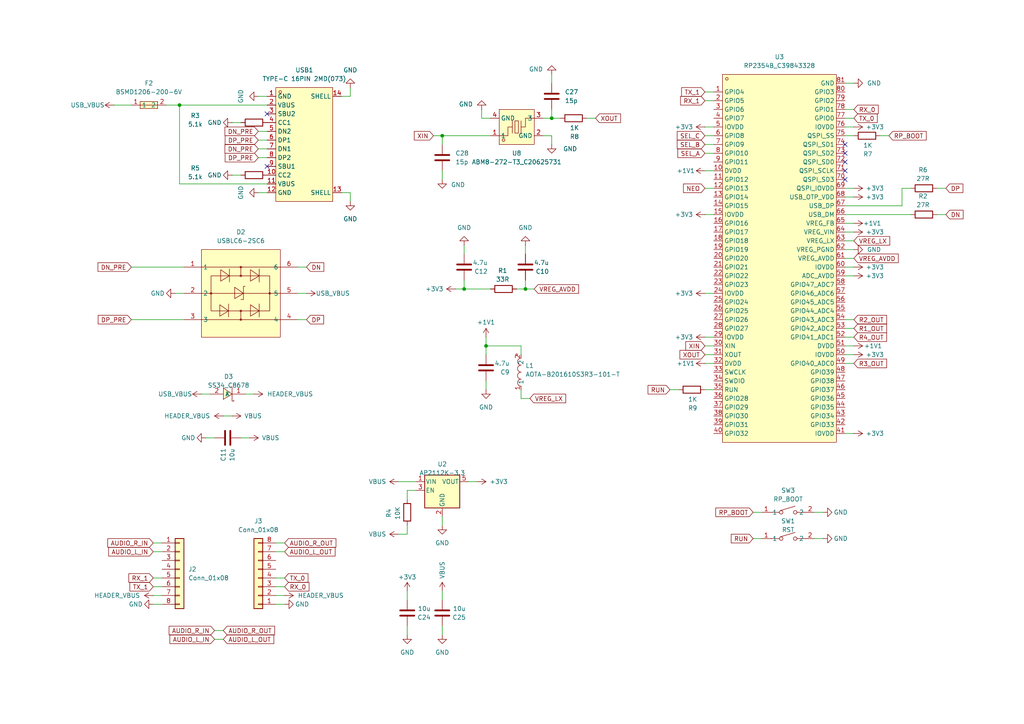
<source format=kicad_sch>
(kicad_sch (version 20250114) (generator "eeschema") (generator_version "9.0")
  (paper "A4")
  (junction (at 528.32 233.68))
  (junction (at 160.02 34.29))
  (junction (at 354.33 109.22))
  (junction (at 355.6 236.22))
  (junction (at 134.62 83.82))
  (junction (at 355.6 233.68))
  (junction (at 140.97 100.33))
  (junction (at 128.27 39.37))
  (junction (at 152.4 83.82))
  (junction (at 529.59 111.76))
  (junction (at 528.32 231.14))
  (junction (at 52.07 30.48))
  (junction (at 529.59 109.22))
  (junction (at 354.33 111.76))
  (no_connect (at 245.11 44.45))
  (no_connect (at 530.86 223.52))
  (no_connect (at 532.13 101.6))
  (no_connect (at 245.11 46.99))
  (no_connect (at 530.86 218.44))
  (no_connect (at 77.47 48.26))
  (no_connect (at 77.47 33.02))
  (no_connect (at 589.28 218.44))
  (no_connect (at 245.11 49.53))
  (no_connect (at 532.13 96.52))
  (no_connect (at 245.11 41.91))
  (no_connect (at 245.11 52.07))
  (no_connect (at 590.55 96.52))
  (wire (pts (xy 140.97 100.33) (xy 151.13 100.33)))
  (wire (pts (xy 591.82 231.14) (xy 589.28 231.14)))
  (wire (pts (xy 128.27 184.15) (xy 128.27 181.61)))
  (wire (pts (xy 151.13 100.33) (xy 151.13 102.87)))
  (wire (pts (xy 342.9 200.66) (xy 327.66 200.66)))
  (wire (pts (xy 247.65 95.25) (xy 245.11 95.25)))
  (wire (pts (xy 330.2 177.8) (xy 327.66 177.8)))
  (wire (pts (xy 128.27 49.53) (xy 128.27 52.07)))
  (wire (pts (xy 528.32 233.68) (xy 530.86 233.68)))
  (wire (pts (xy 274.32 62.23) (xy 271.78 62.23)))
  (wire (pts (xy 344.17 62.23) (xy 326.39 62.23)))
  (wire (pts (xy 358.14 218.44) (xy 345.44 218.44)))
  (wire (pts (xy 356.87 96.52) (xy 341.63 96.52)))
  (wire (pts (xy 261.62 -39.37) (xy 261.62 -36.83)))
  (wire (pts (xy 236.22 148.59) (xy 238.76 148.59)))
  (wire (pts (xy 502.92 217.17) (xy 500.38 217.17)))
  (wire (pts (xy 261.62 -78.74) (xy 261.62 -76.2)))
  (wire (pts (xy 500.38 226.06) (xy 530.86 226.06)))
  (wire (pts (xy 44.45 157.48) (xy 46.99 157.48)))
  (wire (pts (xy 247.65 100.33) (xy 245.11 100.33)))
  (wire (pts (xy 250.19 -49.53) (xy 250.19 -46.99)))
  (wire (pts (xy 284.48 -68.58) (xy 284.48 -66.04)))
  (wire (pts (xy 355.6 236.22) (xy 358.14 236.22)))
  (wire (pts (xy 204.47 100.33) (xy 207.01 100.33)))
  (wire (pts (xy 160.02 39.37) (xy 157.48 39.37)))
  (wire (pts (xy 603.25 48.26) (xy 603.25 99.06)))
  (wire (pts (xy 250.19 -78.74) (xy 250.19 -76.2)))
  (wire (pts (xy 261.62 -68.58) (xy 261.62 -66.04)))
  (wire (pts (xy 529.59 114.3) (xy 529.59 111.76)))
  (wire (pts (xy 128.27 173.99) (xy 128.27 171.45)))
  (wire (pts (xy 245.11 59.69) (xy 261.62 59.69)))
  (wire (pts (xy 627.38 200.66) (xy 627.38 205.74)))
  (wire (pts (xy 247.65 80.01) (xy 245.11 80.01)))
  (wire (pts (xy 529.59 109.22) (xy 532.13 109.22)))
  (wire (pts (xy 204.47 26.67) (xy 207.01 26.67)))
  (wire (pts (xy 530.86 228.6) (xy 528.32 228.6)))
  (wire (pts (xy 527.05 215.9) (xy 530.86 215.9)))
  (wire (pts (xy 125.73 39.37) (xy 128.27 39.37)))
  (wire (pts (xy 328.93 22.86) (xy 326.39 22.86)))
  (wire (pts (xy 115.57 139.7) (xy 120.65 139.7)))
  (wire (pts (xy 160.02 34.29) (xy 162.56 34.29)))
  (wire (pts (xy 204.47 39.37) (xy 207.01 39.37)))
  (wire (pts (xy 528.32 236.22) (xy 528.32 233.68)))
  (wire (pts (xy 593.09 109.22) (xy 590.55 109.22)))
  (wire (pts (xy 64.77 182.88) (xy 62.23 182.88)))
  (wire (pts (xy 71.12 114.3) (xy 73.66 114.3)))
  (wire (pts (xy 44.45 160.02) (xy 46.99 160.02)))
  (wire (pts (xy 88.9 77.47) (xy 86.36 77.47)))
  (wire (pts (xy 504.19 109.22) (xy 501.65 109.22)))
  (wire (pts (xy 427.99 6.35) (xy 427.99 104.14)))
  (wire (pts (xy 354.33 114.3) (xy 354.33 111.76)))
  (wire (pts (xy 417.83 111.76) (xy 415.29 111.76)))
  (wire (pts (xy 326.39 104.14) (xy 356.87 104.14)))
  (wire (pts (xy 50.8 85.09) (xy 53.34 85.09)))
  (wire (pts (xy 345.44 186.69) (xy 327.66 186.69)))
  (wire (pts (xy 600.71 76.2) (xy 501.65 76.2)))
  (wire (pts (xy 427.99 104.14) (xy 415.29 104.14)))
  (wire (pts (xy 604.52 223.52) (xy 604.52 156.21)))
  (wire (pts (xy 627.38 213.36) (xy 627.38 215.9)))
  (wire (pts (xy 415.29 101.6) (xy 425.45 101.6)))
  (wire (pts (xy 64.77 120.65) (xy 67.31 120.65)))
  (wire (pts (xy 425.45 101.6) (xy 425.45 20.32)))
  (wire (pts (xy 238.76 -11.43) (xy 238.76 -8.89)))
  (wire (pts (xy 327.66 228.6) (xy 358.14 228.6)))
  (wire (pts (xy 330.2 133.35) (xy 327.66 133.35)))
  (wire (pts (xy 326.39 34.29) (xy 422.91 34.29)))
  (wire (pts (xy 327.66 130.81) (xy 429.26 130.81)))
  (wire (pts (xy 247.65 77.47) (xy 245.11 77.47)))
  (wire (pts (xy 419.1 218.44) (xy 416.56 218.44)))
  (wire (pts (xy 328.93 50.8) (xy 326.39 50.8)))
  (wire (pts (xy 134.62 71.12) (xy 134.62 73.66)))
  (wire (pts (xy 261.62 54.61) (xy 264.16 54.61)))
  (wire (pts (xy 327.66 158.75) (xy 424.18 158.75)))
  (wire (pts (xy 204.47 29.21) (xy 207.01 29.21)))
  (wire (pts (xy 601.98 170.18) (xy 500.38 170.18)))
  (wire (pts (xy 422.91 34.29) (xy 422.91 99.06)))
  (wire (pts (xy 605.79 34.29) (xy 501.65 34.29)))
  (wire (pts (xy 502.92 200.66) (xy 500.38 200.66)))
  (wire (pts (xy 330.2 161.29) (xy 327.66 161.29)))
  (wire (pts (xy 261.62 59.69) (xy 261.62 54.61)))
  (wire (pts (xy 443.23 220.98) (xy 443.23 223.52)))
  (wire (pts (xy 238.76 -21.59) (xy 238.76 -19.05)))
  (wire (pts (xy 628.65 91.44) (xy 628.65 93.98)))
  (wire (pts (xy 354.33 99.06) (xy 356.87 99.06)))
  (wire (pts (xy 529.59 111.76) (xy 532.13 111.76)))
  (wire (pts (xy 529.59 93.98) (xy 532.13 93.98)))
  (wire (pts (xy 118.11 184.15) (xy 118.11 181.61)))
  (wire (pts (xy 245.11 72.39) (xy 247.65 72.39)))
  (wire (pts (xy 204.47 102.87) (xy 207.01 102.87)))
  (wire (pts (xy 140.97 97.79) (xy 140.97 100.33)))
  (wire (pts (xy 74.93 43.18) (xy 77.47 43.18)))
  (wire (pts (xy 138.43 139.7) (xy 135.89 139.7)))
  (wire (pts (xy 589.28 226.06) (xy 599.44 226.06)))
  (wire (pts (xy 504.19 78.74) (xy 501.65 78.74)))
  (wire (pts (xy 250.19 -21.59) (xy 250.19 -19.05)))
  (wire (pts (xy 247.65 31.75) (xy 245.11 31.75)))
  (wire (pts (xy 441.96 90.17) (xy 441.96 92.71)))
  (wire (pts (xy 261.62 -49.53) (xy 261.62 -46.99)))
  (wire (pts (xy 501.65 90.17) (xy 529.59 90.17)))
  (wire (pts (xy 204.47 54.61) (xy 207.01 54.61)))
  (wire (pts (xy 590.55 101.6) (xy 605.79 101.6)))
  (wire (pts (xy 421.64 172.72) (xy 327.66 172.72)))
  (wire (pts (xy 330.2 191.77) (xy 327.66 191.77)))
  (wire (pts (xy 593.09 93.98) (xy 590.55 93.98)))
  (wire (pts (xy 151.13 115.57) (xy 151.13 113.03)))
  (wire (pts (xy 204.47 49.53) (xy 207.01 49.53)))
  (wire (pts (xy 238.76 -78.74) (xy 238.76 -76.2)))
  (wire (pts (xy 617.22 91.44) (xy 617.22 93.98)))
  (wire (pts (xy 504.19 92.71) (xy 501.65 92.71)))
  (wire (pts (xy 74.93 38.1) (xy 77.47 38.1)))
  (wire (pts (xy 52.07 53.34) (xy 52.07 30.48)))
  (wire (pts (xy 330.2 147.32) (xy 327.66 147.32)))
  (wire (pts (xy 502.92 228.6) (xy 500.38 228.6)))
  (wire (pts (xy 328.93 8.89) (xy 326.39 8.89)))
  (wire (pts (xy 328.93 81.28) (xy 326.39 81.28)))
  (wire (pts (xy 64.77 185.42) (xy 62.23 185.42)))
  (wire (pts (xy 245.11 24.13) (xy 247.65 24.13)))
  (wire (pts (xy 419.1 231.14) (xy 416.56 231.14)))
  (wire (pts (xy 118.11 173.99) (xy 118.11 171.45)))
  (wire (pts (xy 88.9 92.71) (xy 86.36 92.71)))
  (wire (pts (xy 599.44 198.12) (xy 500.38 198.12)))
  (wire (pts (xy 204.47 85.09) (xy 207.01 85.09)))
  (wire (pts (xy 354.33 109.22) (xy 356.87 109.22)))
  (wire (pts (xy 330.2 163.83) (xy 327.66 163.83)))
  (wire (pts (xy 501.65 104.14) (xy 532.13 104.14)))
  (wire (pts (xy 101.6 27.94) (xy 101.6 25.4)))
  (wire (pts (xy 247.65 36.83) (xy 245.11 36.83)))
  (wire (pts (xy 99.06 27.94) (xy 101.6 27.94)))
  (wire (pts (xy 284.48 -78.74) (xy 284.48 -76.2)))
  (wire (pts (xy 115.57 154.94) (xy 118.11 154.94)))
  (wire (pts (xy 589.28 220.98) (xy 601.98 220.98)))
  (wire (pts (xy 236.22 156.21) (xy 238.76 156.21)))
  (wire (pts (xy 238.76 -39.37) (xy 238.76 -36.83)))
  (wire (pts (xy 454.66 208.28) (xy 454.66 213.36)))
  (wire (pts (xy 416.56 220.98) (xy 421.64 220.98)))
  (wire (pts (xy 261.62 -11.43) (xy 261.62 -8.89)))
  (wire (pts (xy 273.05 -78.74) (xy 273.05 -76.2)))
  (wire (pts (xy 273.05 -68.58) (xy 273.05 -66.04)))
  (wire (pts (xy 355.6 231.14) (xy 355.6 233.68)))
  (wire (pts (xy 204.47 41.91) (xy 207.01 41.91)))
  (wire (pts (xy 341.63 76.2) (xy 326.39 76.2)))
  (wire (pts (xy 529.59 99.06) (xy 532.13 99.06)))
  (wire (pts (xy 328.93 36.83) (xy 326.39 36.83)))
  (wire (pts (xy 330.2 149.86) (xy 327.66 149.86)))
  (wire (pts (xy 139.7 34.29) (xy 142.24 34.29)))
  (wire (pts (xy 328.93 67.31) (xy 326.39 67.31)))
  (wire (pts (xy 504.19 106.68) (xy 501.65 106.68)))
  (wire (pts (xy 204.47 97.79) (xy 207.01 97.79)))
  (wire (pts (xy 204.47 36.83) (xy 207.01 36.83)))
  (wire (pts (xy 139.7 31.75) (xy 139.7 34.29)))
  (wire (pts (xy 274.32 54.61) (xy 271.78 54.61)))
  (wire (pts (xy 204.47 62.23) (xy 207.01 62.23)))
  (wire (pts (xy 354.33 111.76) (xy 354.33 109.22)))
  (wire (pts (xy 502.92 214.63) (xy 500.38 214.63)))
  (wire (pts (xy 328.93 39.37) (xy 326.39 39.37)))
  (wire (pts (xy 356.87 106.68) (xy 354.33 106.68)))
  (wire (pts (xy 426.72 226.06) (xy 426.72 144.78)))
  (wire (pts (xy 247.65 125.73) (xy 245.11 125.73)))
  (wire (pts (xy 160.02 41.91) (xy 160.02 39.37)))
  (wire (pts (xy 247.65 92.71) (xy 245.11 92.71)))
  (wire (pts (xy 604.52 156.21) (xy 500.38 156.21)))
  (wire (pts (xy 528.32 231.14) (xy 530.86 231.14)))
  (wire (pts (xy 247.65 74.93) (xy 245.11 74.93)))
  (wire (pts (xy 132.08 83.82) (xy 134.62 83.82)))
  (wire (pts (xy 504.19 81.28) (xy 501.65 81.28)))
  (wire (pts (xy 134.62 83.82) (xy 142.24 83.82)))
  (wire (pts (xy 502.92 161.29) (xy 500.38 161.29)))
  (wire (pts (xy 328.93 53.34) (xy 326.39 53.34)))
  (wire (pts (xy 74.93 40.64) (xy 77.47 40.64)))
  (wire (pts (xy 328.93 11.43) (xy 326.39 11.43)))
  (wire (pts (xy 140.97 102.87) (xy 140.97 100.33)))
  (wire (pts (xy 504.19 53.34) (xy 501.65 53.34)))
  (wire (pts (xy 415.29 96.52) (xy 420.37 96.52)))
  (wire (pts (xy 245.11 39.37) (xy 247.65 39.37)))
  (wire (pts (xy 330.2 203.2) (xy 327.66 203.2)))
  (wire (pts (xy 355.6 238.76) (xy 355.6 236.22)))
  (wire (pts (xy 99.06 55.88) (xy 101.6 55.88)))
  (wire (pts (xy 417.83 109.22) (xy 415.29 109.22)))
  (wire (pts (xy 330.2 231.14) (xy 327.66 231.14)))
  (wire (pts (xy 82.55 172.72) (xy 80.01 172.72)))
  (wire (pts (xy 354.33 111.76) (xy 356.87 111.76)))
  (wire (pts (xy 615.95 213.36) (xy 615.95 215.9)))
  (wire (pts (xy 82.55 167.64) (xy 80.01 167.64)))
  (wire (pts (xy 593.09 91.44) (xy 593.09 93.98)))
  (wire (pts (xy 77.47 27.94) (xy 74.93 27.94)))
  (wire (pts (xy 245.11 67.31) (xy 247.65 67.31)))
  (wire (pts (xy 603.25 99.06) (xy 590.55 99.06)))
  (wire (pts (xy 345.44 218.44) (xy 345.44 186.69)))
  (wire (pts (xy 44.45 170.18) (xy 46.99 170.18)))
  (wire (pts (xy 419.1 233.68) (xy 416.56 233.68)))
  (wire (pts (xy 600.71 104.14) (xy 600.71 76.2)))
  (wire (pts (xy 58.42 114.3) (xy 60.96 114.3)))
  (wire (pts (xy 424.18 158.75) (xy 424.18 223.52)))
  (wire (pts (xy 330.2 175.26) (xy 327.66 175.26)))
  (wire (pts (xy 82.55 160.02) (xy 80.01 160.02)))
  (wire (pts (xy 529.59 90.17) (xy 529.59 93.98)))
  (wire (pts (xy 593.09 106.68) (xy 590.55 106.68)))
  (wire (pts (xy 69.85 35.56) (xy 67.31 35.56)))
  (wire (pts (xy 419.1 215.9) (xy 419.1 218.44)))
  (wire (pts (xy 247.65 64.77) (xy 245.11 64.77)))
  (wire (pts (xy 420.37 48.26) (xy 326.39 48.26)))
  (wire (pts (xy 454.66 220.98) (xy 454.66 223.52)))
  (wire (pts (xy 504.19 36.83) (xy 501.65 36.83)))
  (wire (pts (xy 218.44 156.21) (xy 220.98 156.21)))
  (wire (pts (xy 273.05 -49.53) (xy 273.05 -46.99)))
  (wire (pts (xy 44.45 167.64) (xy 46.99 167.64)))
  (wire (pts (xy 330.2 135.89) (xy 327.66 135.89)))
  (wire (pts (xy 247.65 69.85) (xy 245.11 69.85)))
  (wire (pts (xy 204.47 44.45) (xy 207.01 44.45)))
  (wire (pts (xy 330.2 189.23) (xy 327.66 189.23)))
  (wire (pts (xy 250.19 -11.43) (xy 250.19 -8.89)))
  (wire (pts (xy 419.1 236.22) (xy 416.56 236.22)))
  (wire (pts (xy 500.38 212.09) (xy 527.05 212.09)))
  (wire (pts (xy 153.67 115.57) (xy 151.13 115.57)))
  (wire (pts (xy 354.33 106.68) (xy 354.33 109.22)))
  (wire (pts (xy 591.82 215.9) (xy 589.28 215.9)))
  (wire (pts (xy 628.65 78.74) (xy 628.65 83.82)))
  (wire (pts (xy 605.79 101.6) (xy 605.79 34.29)))
  (wire (pts (xy 48.26 30.48) (xy 52.07 30.48)))
  (wire (pts (xy 420.37 96.52) (xy 420.37 48.26)))
  (wire (pts (xy 250.19 -68.58) (xy 250.19 -66.04)))
  (wire (pts (xy 617.22 81.28) (xy 617.22 83.82)))
  (wire (pts (xy 528.32 233.68) (xy 528.32 231.14)))
  (wire (pts (xy 157.48 34.29) (xy 160.02 34.29)))
  (wire (pts (xy 502.92 175.26) (xy 500.38 175.26)))
  (wire (pts (xy 593.09 111.76) (xy 590.55 111.76)))
  (wire (pts (xy 417.83 91.44) (xy 417.83 93.98)))
  (wire (pts (xy 328.93 106.68) (xy 326.39 106.68)))
  (wire (pts (xy 615.95 203.2) (xy 615.95 205.74)))
  (wire (pts (xy 128.27 152.4) (xy 128.27 149.86)))
  (wire (pts (xy 152.4 81.28) (xy 152.4 83.82)))
  (wire (pts (xy 204.47 105.41) (xy 207.01 105.41)))
  (wire (pts (xy 589.28 223.52) (xy 604.52 223.52)))
  (wire (pts (xy 328.93 109.22) (xy 326.39 109.22)))
  (wire (pts (xy 443.23 210.82) (xy 443.23 213.36)))
  (wire (pts (xy 502.92 231.14) (xy 500.38 231.14)))
  (wire (pts (xy 502.92 172.72) (xy 500.38 172.72)))
  (wire (pts (xy 128.27 39.37) (xy 142.24 39.37)))
  (wire (pts (xy 160.02 21.59) (xy 160.02 24.13)))
  (wire (pts (xy 238.76 -49.53) (xy 238.76 -46.99)))
  (wire (pts (xy 591.82 233.68) (xy 589.28 233.68)))
  (wire (pts (xy 273.05 -39.37) (xy 273.05 -36.83)))
  (wire (pts (xy 416.56 226.06) (xy 426.72 226.06)))
  (wire (pts (xy 529.59 111.76) (xy 529.59 109.22)))
  (wire (pts (xy 101.6 55.88) (xy 101.6 58.42)))
  (wire (pts (xy 355.6 236.22) (xy 355.6 233.68)))
  (wire (pts (xy 152.4 83.82) (xy 154.94 83.82)))
  (wire (pts (xy 591.82 213.36) (xy 591.82 215.9)))
  (wire (pts (xy 53.34 77.47) (xy 38.1 77.47)))
  (wire (pts (xy 204.47 113.03) (xy 207.01 113.03)))
  (wire (pts (xy 72.39 127) (xy 69.85 127)))
  (wire (pts (xy 425.45 20.32) (xy 326.39 20.32)))
  (wire (pts (xy 453.39 100.33) (xy 453.39 102.87)))
  (wire (pts (xy 504.19 39.37) (xy 501.65 39.37)))
  (wire (pts (xy 69.85 50.8) (xy 67.31 50.8)))
  (wire (pts (xy 527.05 212.09) (xy 527.05 215.9)))
  (wire (pts (xy 328.93 25.4) (xy 326.39 25.4)))
  (wire (pts (xy 74.93 45.72) (xy 77.47 45.72)))
  (wire (pts (xy 429.26 130.81) (xy 429.26 228.6)))
  (wire (pts (xy 128.27 41.91) (xy 128.27 39.37)))
  (wire (pts (xy 247.65 97.79) (xy 245.11 97.79)))
  (wire (pts (xy 422.91 99.06) (xy 415.29 99.06)))
  (wire (pts (xy 344.17 93.98) (xy 344.17 62.23)))
  (wire (pts (xy 590.55 104.14) (xy 600.71 104.14)))
  (wire (pts (xy 355.6 233.68) (xy 358.14 233.68)))
  (wire (pts (xy 44.45 175.26) (xy 46.99 175.26)))
  (wire (pts (xy 118.11 142.24) (xy 120.65 142.24)))
  (wire (pts (xy 504.19 95.25) (xy 501.65 95.25)))
  (wire (pts (xy 257.81 39.37) (xy 255.27 39.37)))
  (wire (pts (xy 247.65 57.15) (xy 245.11 57.15)))
  (wire (pts (xy 341.63 96.52) (xy 341.63 76.2)))
  (wire (pts (xy 355.6 223.52) (xy 358.14 223.52)))
  (wire (pts (xy 601.98 220.98) (xy 601.98 170.18)))
  (wire (pts (xy 218.44 148.59) (xy 220.98 148.59)))
  (wire (pts (xy 33.02 30.48) (xy 38.1 30.48)))
  (wire (pts (xy 53.34 92.71) (xy 38.1 92.71)))
  (wire (pts (xy 194.31 113.03) (xy 196.85 113.03)))
  (wire (pts (xy 118.11 154.94) (xy 118.11 152.4)))
  (wire (pts (xy 358.14 220.98) (xy 342.9 220.98)))
  (wire (pts (xy 441.96 100.33) (xy 441.96 102.87)))
  (wire (pts (xy 149.86 83.82) (xy 152.4 83.82)))
  (wire (pts (xy 330.2 233.68) (xy 327.66 233.68)))
  (wire (pts (xy 250.19 -39.37) (xy 250.19 -36.83)))
  (wire (pts (xy 453.39 87.63) (xy 453.39 92.71)))
  (wire (pts (xy 599.44 226.06) (xy 599.44 198.12)))
  (wire (pts (xy 170.18 34.29) (xy 172.72 34.29)))
  (wire (pts (xy 429.26 228.6) (xy 416.56 228.6)))
  (wire (pts (xy 88.9 85.09) (xy 86.36 85.09)))
  (wire (pts (xy 342.9 220.98) (xy 342.9 200.66)))
  (wire (pts (xy 502.92 158.75) (xy 500.38 158.75)))
  (wire (pts (xy 356.87 93.98) (xy 344.17 93.98)))
  (wire (pts (xy 118.11 142.24) (xy 118.11 144.78)))
  (wire (pts (xy 529.59 106.68) (xy 529.59 109.22)))
  (wire (pts (xy 528.32 220.98) (xy 530.86 220.98)))
  (wire (pts (xy 502.92 203.2) (xy 500.38 203.2)))
  (wire (pts (xy 417.83 93.98) (xy 415.29 93.98)))
  (wire (pts (xy 77.47 53.34) (xy 52.07 53.34)))
  (wire (pts (xy 417.83 106.68) (xy 415.29 106.68)))
  (wire (pts (xy 160.02 31.75) (xy 160.02 34.29)))
  (wire (pts (xy 261.62 -21.59) (xy 261.62 -19.05)))
  (wire (pts (xy 424.18 223.52) (xy 416.56 223.52)))
  (wire (pts (xy 528.32 228.6) (xy 528.32 231.14)))
  (wire (pts (xy 152.4 71.12) (xy 152.4 73.66)))
  (wire (pts (xy 44.45 172.72) (xy 46.99 172.72)))
  (wire (pts (xy 328.93 64.77) (xy 326.39 64.77)))
  (wire (pts (xy 134.62 81.28) (xy 134.62 83.82)))
  (wire (pts (xy 82.55 157.48) (xy 80.01 157.48)))
  (wire (pts (xy 328.93 78.74) (xy 326.39 78.74)))
  (wire (pts (xy 247.65 105.41) (xy 245.11 105.41)))
  (wire (pts (xy 426.72 144.78) (xy 327.66 144.78)))
  (wire (pts (xy 238.76 -68.58) (xy 238.76 -66.04)))
  (wire (pts (xy 140.97 110.49) (xy 140.97 113.03)))
  (wire (pts (xy 247.65 102.87) (xy 245.11 102.87)))
  (wire (pts (xy 77.47 55.88) (xy 74.93 55.88)))
  (wire (pts (xy 52.07 30.48) (xy 77.47 30.48)))
  (wire (pts (xy 532.13 106.68) (xy 529.59 106.68)))
  (wire (pts (xy 591.82 228.6) (xy 589.28 228.6)))
  (wire (pts (xy 82.55 170.18) (xy 80.01 170.18)))
  (wire (pts (xy 247.65 54.61) (xy 245.11 54.61)))
  (wire (pts (xy 245.11 62.23) (xy 264.16 62.23)))
  (wire (pts (xy 421.64 220.98) (xy 421.64 172.72)))
  (wire (pts (xy 504.19 50.8) (xy 501.65 50.8)))
  (wire (pts (xy 501.65 48.26) (xy 603.25 48.26)))
  (wire (pts (xy 330.2 205.74) (xy 327.66 205.74)))
  (wire (pts (xy 82.55 175.26) (xy 80.01 175.26)))
  (wire (pts (xy 247.65 34.29) (xy 245.11 34.29)))
  (wire (pts (xy 326.39 6.35) (xy 427.99 6.35)))
  (wire (pts (xy 62.23 127) (xy 59.69 127)))
  (wire (pts (xy 358.14 231.14) (xy 355.6 231.14)))
  (global_label "R3_OUT" (shape input) (at 247.65 105.41 0) (property "Intersheetrefs" "${INTERSHEET_REFS}" (effects (hide yes))))
  (global_label "DN_PRE" (shape input) (at 74.93 43.18 180) (property "Intersheetrefs" "${INTERSHEET_REFS}" (effects (hide yes))))
  (global_label "R1_OUT" (shape input) (at 354.33 99.06 180) (property "Intersheetrefs" "${INTERSHEET_REFS}" (effects (hide yes))))
  (global_label "SEL_B" (shape input) (at 419.1 233.68 0) (property "Intersheetrefs" "${INTERSHEET_REFS}" (effects (hide yes))))
  (global_label "XOUT" (shape input) (at 172.72 34.29 0) (property "Intersheetrefs" "${INTERSHEET_REFS}" (effects (hide yes))))
  (global_label "SEL_C" (shape input) (at 417.83 111.76 0) (property "Intersheetrefs" "${INTERSHEET_REFS}" (effects (hide yes))))
  (global_label "AUDIO_R_IN" (shape input) (at 44.45 157.48 180) (property "Intersheetrefs" "${INTERSHEET_REFS}" (effects (hide yes))))
  (global_label "AUDIO_R_OUT" (shape input) (at 82.55 157.48 0) (property "Intersheetrefs" "${INTERSHEET_REFS}" (effects (hide yes))))
  (global_label "DN" (shape input) (at 274.32 62.23 0) (property "Intersheetrefs" "${INTERSHEET_REFS}" (effects (hide yes))))
  (global_label "DP" (shape input) (at 274.32 54.61 0) (property "Intersheetrefs" "${INTERSHEET_REFS}" (effects (hide yes))))
  (global_label "VREG_LX" (shape input) (at 247.65 69.85 0) (property "Intersheetrefs" "${INTERSHEET_REFS}" (effects (hide yes))))
  (global_label "TX_1" (shape input) (at 204.47 26.67 180) (property "Intersheetrefs" "${INTERSHEET_REFS}" (effects (hide yes))))
  (global_label "DP_PRE" (shape input) (at 38.1 92.71 180) (property "Intersheetrefs" "${INTERSHEET_REFS}" (effects (hide yes))))
  (global_label "SEL_B" (shape input) (at 591.82 231.14 0) (property "Intersheetrefs" "${INTERSHEET_REFS}" (effects (hide yes))))
  (global_label "VREG_LX" (shape input) (at 153.67 115.57 0) (property "Intersheetrefs" "${INTERSHEET_REFS}" (effects (hide yes))))
  (global_label "DN_PRE" (shape input) (at 74.93 38.1 180) (property "Intersheetrefs" "${INTERSHEET_REFS}" (effects (hide yes))))
  (global_label "R4_OUT" (shape input) (at 247.65 97.79 0) (property "Intersheetrefs" "${INTERSHEET_REFS}" (effects (hide yes))))
  (global_label "R4_OUT" (shape input) (at 528.32 220.98 180) (property "Intersheetrefs" "${INTERSHEET_REFS}" (effects (hide yes))))
  (global_label "RX_1" (shape input) (at 44.45 167.64 180) (property "Intersheetrefs" "${INTERSHEET_REFS}" (effects (hide yes))))
  (global_label "DP_PRE" (shape input) (at 74.93 45.72 180) (property "Intersheetrefs" "${INTERSHEET_REFS}" (effects (hide yes))))
  (global_label "DN" (shape input) (at 88.9 77.47 0) (property "Intersheetrefs" "${INTERSHEET_REFS}" (effects (hide yes))))
  (global_label "SEL_C" (shape input) (at 419.1 236.22 0) (property "Intersheetrefs" "${INTERSHEET_REFS}" (effects (hide yes))))
  (global_label "RUN" (shape input) (at 194.31 113.03 180) (property "Intersheetrefs" "${INTERSHEET_REFS}" (effects (hide yes))))
  (global_label "XIN" (shape input) (at 125.73 39.37 180) (property "Intersheetrefs" "${INTERSHEET_REFS}" (effects (hide yes))))
  (global_label "SEL_B" (shape input) (at 417.83 109.22 0) (property "Intersheetrefs" "${INTERSHEET_REFS}" (effects (hide yes))))
  (global_label "AUDIO_R_IN" (shape input) (at 62.23 182.88 180) (property "Intersheetrefs" "${INTERSHEET_REFS}" (effects (hide yes))))
  (global_label "DN_PRE" (shape input) (at 38.1 77.47 180) (property "Intersheetrefs" "${INTERSHEET_REFS}" (effects (hide yes))))
  (global_label "TX_0" (shape input) (at 247.65 34.29 0) (property "Intersheetrefs" "${INTERSHEET_REFS}" (effects (hide yes))))
  (global_label "RX_0" (shape input) (at 82.55 170.18 0) (property "Intersheetrefs" "${INTERSHEET_REFS}" (effects (hide yes))))
  (global_label "VREG_AVDD" (shape input) (at 247.65 74.93 0) (property "Intersheetrefs" "${INTERSHEET_REFS}" (effects (hide yes))))
  (global_label "R2_OUT" (shape input) (at 247.65 92.71 0) (property "Intersheetrefs" "${INTERSHEET_REFS}" (effects (hide yes))))
  (global_label "RX_0" (shape input) (at 247.65 31.75 0) (property "Intersheetrefs" "${INTERSHEET_REFS}" (effects (hide yes))))
  (global_label "TX_1" (shape input) (at 44.45 170.18 180) (property "Intersheetrefs" "${INTERSHEET_REFS}" (effects (hide yes))))
  (global_label "SEL_C" (shape input) (at 593.09 111.76 0) (property "Intersheetrefs" "${INTERSHEET_REFS}" (effects (hide yes))))
  (global_label "SEL_B" (shape input) (at 593.09 109.22 0) (property "Intersheetrefs" "${INTERSHEET_REFS}" (effects (hide yes))))
  (global_label "SEL_A" (shape input) (at 417.83 106.68 0) (property "Intersheetrefs" "${INTERSHEET_REFS}" (effects (hide yes))))
  (global_label "RUN" (shape input) (at 218.44 156.21 180) (property "Intersheetrefs" "${INTERSHEET_REFS}" (effects (hide yes))))
  (global_label "TX_0" (shape input) (at 82.55 167.64 0) (property "Intersheetrefs" "${INTERSHEET_REFS}" (effects (hide yes))))
  (global_label "XIN" (shape input) (at 204.47 100.33 180) (property "Intersheetrefs" "${INTERSHEET_REFS}" (effects (hide yes))))
  (global_label "AUDIO_R_OUT" (shape input) (at 64.77 182.88 0) (property "Intersheetrefs" "${INTERSHEET_REFS}" (effects (hide yes))))
  (global_label "AUDIO_L_OUT" (shape input) (at 82.55 160.02 0) (property "Intersheetrefs" "${INTERSHEET_REFS}" (effects (hide yes))))
  (global_label "AUDIO_L_IN" (shape input) (at 62.23 185.42 180) (property "Intersheetrefs" "${INTERSHEET_REFS}" (effects (hide yes))))
  (global_label "SEL_A" (shape input) (at 593.09 106.68 0) (property "Intersheetrefs" "${INTERSHEET_REFS}" (effects (hide yes))))
  (global_label "NEO" (shape input) (at 204.47 54.61 180) (property "Intersheetrefs" "${INTERSHEET_REFS}" (effects (hide yes))))
  (global_label "XOUT" (shape input) (at 204.47 102.87 180) (property "Intersheetrefs" "${INTERSHEET_REFS}" (effects (hide yes))))
  (global_label "SEL_A" (shape input) (at 591.82 228.6 0) (property "Intersheetrefs" "${INTERSHEET_REFS}" (effects (hide yes))))
  (global_label "SEL_C" (shape input) (at 204.47 39.37 180) (property "Intersheetrefs" "${INTERSHEET_REFS}" (effects (hide yes))))
  (global_label "RP_BOOT" (shape input) (at 218.44 148.59 180) (property "Intersheetrefs" "${INTERSHEET_REFS}" (effects (hide yes))))
  (global_label "DP_PRE" (shape input) (at 74.93 40.64 180) (property "Intersheetrefs" "${INTERSHEET_REFS}" (effects (hide yes))))
  (global_label "SEL_C" (shape input) (at 591.82 233.68 0) (property "Intersheetrefs" "${INTERSHEET_REFS}" (effects (hide yes))))
  (global_label "RP_BOOT" (shape input) (at 257.81 39.37 0) (property "Intersheetrefs" "${INTERSHEET_REFS}" (effects (hide yes))))
  (global_label "AUDIO_L_OUT" (shape input) (at 64.77 185.42 0) (property "Intersheetrefs" "${INTERSHEET_REFS}" (effects (hide yes))))
  (global_label "R2_OUT" (shape input) (at 529.59 99.06 180) (property "Intersheetrefs" "${INTERSHEET_REFS}" (effects (hide yes))))
  (global_label "SEL_B" (shape input) (at 204.47 41.91 180) (property "Intersheetrefs" "${INTERSHEET_REFS}" (effects (hide yes))))
  (global_label "DP" (shape input) (at 88.9 92.71 0) (property "Intersheetrefs" "${INTERSHEET_REFS}" (effects (hide yes))))
  (global_label "AUDIO_L_IN" (shape input) (at 44.45 160.02 180) (property "Intersheetrefs" "${INTERSHEET_REFS}" (effects (hide yes))))
  (global_label "SEL_A" (shape input) (at 419.1 231.14 0) (property "Intersheetrefs" "${INTERSHEET_REFS}" (effects (hide yes))))
  (global_label "VREG_AVDD" (shape input) (at 154.94 83.82 0) (property "Intersheetrefs" "${INTERSHEET_REFS}" (effects (hide yes))))
  (global_label "R3_OUT" (shape input) (at 355.6 223.52 180) (property "Intersheetrefs" "${INTERSHEET_REFS}" (effects (hide yes))))
  (global_label "RX_1" (shape input) (at 204.47 29.21 180) (property "Intersheetrefs" "${INTERSHEET_REFS}" (effects (hide yes))))
  (global_label "SEL_A" (shape input) (at 204.47 44.45 180) (property "Intersheetrefs" "${INTERSHEET_REFS}" (effects (hide yes))))
  (global_label "R1_OUT" (shape input) (at 247.65 95.25 0) (property "Intersheetrefs" "${INTERSHEET_REFS}" (effects (hide yes))))
  (symbol (lib_id "power:GND") (at 238.76 -66.04 0) (mirror y) (unit 1)
    (property "Reference" "#PWR089" (effects (hide yes)))
    (property "Value" "GND" (at 238.76 -60.96 0))
    (property "Description" "Power symbol creates a global label with name \"GND\" , ground" (effects (hide yes)))
  )
  (symbol (lib_id "power:GND") (at 354.33 114.3 0) (unit 1)
    (property "Reference" "#PWR018" (effects (hide yes)))
    (property "Value" "GND" (at 354.33 120.65 0))
    (property "Description" "Power symbol creates a global label with name \"GND\" , ground" (effects (hide yes)))
  )
  (symbol (lib_id "power:GND") (at 67.31 35.56 270) (mirror x) (unit 1)
    (property "Reference" "#PWR023" (effects (hide yes)))
    (property "Value" "GND" (at 62.23 35.56 90))
    (property "Description" "Power symbol creates a global label with name \"GND\" , ground" (effects (hide yes)))
  )
  (symbol (lib_id "power:GND") (at 139.7 31.75 0) (mirror x) (unit 1)
    (property "Reference" "#PWR0139" (effects (hide yes)))
    (property "Value" "GND" (at 135.128 30.226 0))
    (property "Description" "Power symbol creates a global label with name \"GND\" , ground" (effects (hide yes)))
  )
  (symbol (lib_id "Device:R") (at 118.11 148.59 0) (unit 1)
    (property "Reference" "R4" (at 112.776 148.844 90))
    (property "Value" "10K" (at 115.316 148.844 90))
    (property "Footprint" "Resistor_SMD:R_0402_1005Metric" (effects (hide yes)))
    (property "Description" "Resistor" (effects (hide yes)))
  )
  (symbol (lib_id "Regulator_Linear:AP2112K-3.3") (at 128.27 142.24 0) (unit 1)
    (property "Reference" "U2" (at 128.27 134.62 0))
    (property "Value" "AP2112K-3.3" (at 128.27 137.16 0))
    (property "Footprint" "Package_TO_SOT_SMD:SOT-23-5" (effects (hide yes)))
    (property "Datasheet" "https://www.diodes.com/assets/Datasheets/AP2112.pdf" (effects (hide yes)))
    (property "Description" "600mA low dropout linear regulator, with enable pin, 3.8V-6V input voltage range, 3.3V fixed positive output, SOT-23-5" (effects (hide yes)))
  )
  (symbol (lib_id "power:+3V3") (at 328.93 81.28 270) (unit 1)
    (property "Reference" "#PWR05" (effects (hide yes)))
    (property "Value" "+3V3" (at 332.74 81.2801 90) (effects (justify left)))
    (property "Description" "Power symbol creates a global label with name \"+3V3\"" (effects (hide yes)))
  )
  (symbol (lib_id "power:VCC") (at 453.39 87.63 0) (unit 1)
    (property "Reference" "#PWR028" (effects (hide yes)))
    (property "Value" "+3V3" (at 453.39 84.074 90) (effects (justify left)))
    (property "Description" "Power symbol creates a global label with name \"VCC\"" (effects (hide yes)))
  )
  (symbol (lib_id "power:VCC") (at 247.65 36.83 270) (unit 1)
    (property "Reference" "#PWR087" (effects (hide yes)))
    (property "Value" "+3V3" (at 253.746 36.83 90))
    (property "Description" "Power symbol creates a global label with name \"VCC\"" (effects (hide yes)))
  )
  (symbol (lib_id "Connector_Generic:Conn_01x08") (at 74.93 167.64 180) (unit 1)
    (property "Reference" "J3" (at 74.93 151.13 0))
    (property "Value" "Conn_01x08" (at 74.93 153.67 0))
    (property "Footprint" "easyeda2kicad:HDR-SMD_8P-P2.54-H-F-L11.5" (effects (hide yes)))
    (property "Description" "Generic connector, single row, 01x08, script generated (kicad-library-utils/schlib/autogen/connector/)" (effects (hide yes)))
  )
  (symbol (lib_id "power:GND") (at 502.92 158.75 90) (unit 1)
    (property "Reference" "#PWR092" (effects (hide yes)))
    (property "Value" "GND" (at 506.73 158.7501 90) (effects (justify right)))
    (property "Description" "Power symbol creates a global label with name \"GND\" , ground" (effects (hide yes)))
  )
  (symbol (lib_id "power:GND") (at 330.2 133.35 90) (unit 1)
    (property "Reference" "#PWR058" (effects (hide yes)))
    (property "Value" "GND" (at 334.01 133.3501 90) (effects (justify right)))
    (property "Description" "Power symbol creates a global label with name \"GND\" , ground" (effects (hide yes)))
  )
  (symbol (lib_id "power:VBUS") (at 128.27 171.45 0) (unit 1)
    (property "Reference" "#PWR046" (effects (hide yes)))
    (property "Value" "VBUS" (at 128.27 165.354 90))
    (property "Description" "Power symbol creates a global label with name \"VBUS\"" (effects (hide yes)))
  )
  (symbol (lib_id "power:GND") (at 328.93 106.68 90) (unit 1)
    (property "Reference" "#PWR02" (effects (hide yes)))
    (property "Value" "GND" (at 332.74 106.6801 90) (effects (justify right)))
    (property "Description" "Power symbol creates a global label with name \"GND\" , ground" (effects (hide yes)))
  )
  (symbol (lib_id "power:+3V3") (at 419.1 215.9 0) (unit 1)
    (property "Reference" "#PWR076" (effects (hide yes)))
    (property "Value" "+3V3" (at 419.1 212.09 0))
    (property "Description" "Power symbol creates a global label with name \"+3V3\"" (effects (hide yes)))
  )
  (symbol (lib_id "power:VCC") (at 247.65 54.61 270) (unit 1)
    (property "Reference" "#PWR086" (effects (hide yes)))
    (property "Value" "+3V3" (at 253.746 54.61 90))
    (property "Description" "Power symbol creates a global label with name \"VCC\"" (effects (hide yes)))
  )
  (symbol (lib_id "power:VBUS") (at 44.45 172.72 90) (unit 1)
    (property "Reference" "#PWR0116" (effects (hide yes)))
    (property "Value" "HEADER_VBUS" (at 40.64 172.7199 90) (effects (justify left)))
    (property "Description" "Power symbol creates a global label with name \"VBUS\"" (effects (hide yes)))
  )
  (symbol (lib_id "power:+3V3") (at 502.92 175.26 270) (unit 1)
    (property "Reference" "#PWR096" (effects (hide yes)))
    (property "Value" "+3V3" (at 506.73 175.2601 90) (effects (justify left)))
    (property "Description" "Power symbol creates a global label with name \"+3V3\"" (effects (hide yes)))
  )
  (symbol (lib_id "easyeda2kicad:CD4051BM96") (at 561.34 102.87 0) (unit 1)
    (property "Reference" "U5" (at 561.34 87.63 0))
    (property "Value" "CD4051BM96" (at 561.34 90.17 0))
    (property "Footprint" "easyeda2kicad:SOIC-16_L9.9-W3.9-P1.27-LS6.0-BL" (effects (hide yes)))
    (property "Datasheet" "https://lcsc.com/product-detail/4000-Series_TI_CD4051BM96_CD4051BM96_C21379.html" (effects (hide yes)))
    (property "LCSC Part" "C21379" (effects (hide yes)))
  )
  (symbol (lib_id "power:GND") (at 50.8 85.09 270) (mirror x) (unit 1)
    (property "Reference" "#PWR0120" (effects (hide yes)))
    (property "Value" "GND" (at 45.72 85.09 90))
    (property "Description" "Power symbol creates a global label with name \"GND\" , ground" (effects (hide yes)))
  )
  (symbol (lib_id "easyeda2kicad:BSMD1206-200-6V") (at 43.18 30.48 0) (unit 1)
    (property "Reference" "F2" (at 43.18 24.13 0))
    (property "Value" "BSMD1206-200-6V" (at 43.18 26.67 0))
    (property "Footprint" "easyeda2kicad:F1206" (effects (hide yes)))
    (property "Datasheet" "https://lcsc.com/product-detail/PTC-Resettable-Fuses_BHFUSE-BSMD1206-200-6V_C883134.html" (effects (hide yes)))
    (property "LCSC Part" "C883134" (effects (hide yes)))
  )
  (symbol (lib_id "power:GND") (at 330.2 231.14 90) (unit 1)
    (property "Reference" "#PWR081" (effects (hide yes)))
    (property "Value" "GND" (at 334.01 231.1401 90) (effects (justify right)))
    (property "Description" "Power symbol creates a global label with name \"GND\" , ground" (effects (hide yes)))
  )
  (symbol (lib_id "power:VBUS") (at 115.57 139.7 90) (unit 1)
    (property "Reference" "#PWR090" (effects (hide yes)))
    (property "Value" "VBUS" (at 109.474 139.7 90))
    (property "Description" "Power symbol creates a global label with name \"VBUS\"" (effects (hide yes)))
  )
  (symbol (lib_id "power:VCC") (at 273.05 -78.74 0) (unit 1)
    (property "Reference" "#PWR0122" (effects (hide yes)))
    (property "Value" "+3V3" (at 273.05 -82.296 90) (effects (justify left)))
    (property "Description" "Power symbol creates a global label with name \"VCC\"" (effects (hide yes)))
  )
  (symbol (lib_id "power:+3V3") (at 504.19 109.22 270) (unit 1)
    (property "Reference" "#PWR055" (effects (hide yes)))
    (property "Value" "+3V3" (at 508 109.2201 90) (effects (justify left)))
    (property "Description" "Power symbol creates a global label with name \"+3V3\"" (effects (hide yes)))
  )
  (symbol (lib_id "power:GND") (at 238.76 -8.89 0) (mirror y) (unit 1)
    (property "Reference" "#PWR0152" (effects (hide yes)))
    (property "Value" "GND" (at 238.76 -3.81 0))
    (property "Description" "Power symbol creates a global label with name \"GND\" , ground" (effects (hide yes)))
  )
  (symbol (lib_id "power:+3V3") (at 502.92 203.2 270) (unit 1)
    (property "Reference" "#PWR099" (effects (hide yes)))
    (property "Value" "+3V3" (at 506.73 203.2001 90) (effects (justify left)))
    (property "Description" "Power symbol creates a global label with name \"+3V3\"" (effects (hide yes)))
  )
  (symbol (lib_id "power:GND") (at 74.93 55.88 270) (mirror x) (unit 1)
    (property "Reference" "#PWR022" (effects (hide yes)))
    (property "Value" "GND" (at 69.85 55.88 0))
    (property "Description" "Power symbol creates a global label with name \"GND\" , ground" (effects (hide yes)))
  )
  (symbol (lib_id "power:GND") (at 261.62 -66.04 0) (mirror y) (unit 1)
    (property "Reference" "#PWR0119" (effects (hide yes)))
    (property "Value" "GND" (at 261.62 -60.96 0))
    (property "Description" "Power symbol creates a global label with name \"GND\" , ground" (effects (hide yes)))
  )
  (symbol (lib_id "power:GND") (at 502.92 228.6 90) (unit 1)
    (property "Reference" "#PWR0109" (effects (hide yes)))
    (property "Value" "GND" (at 506.73 228.6001 90) (effects (justify right)))
    (property "Description" "Power symbol creates a global label with name \"GND\" , ground" (effects (hide yes)))
  )
  (symbol (lib_id "Connector_Generic:Conn_01x08") (at 52.07 165.1 0) (unit 1)
    (property "Reference" "J2" (at 54.61 165.0999 0) (effects (justify left)))
    (property "Value" "Conn_01x08" (at 54.61 167.6399 0) (effects (justify left)))
    (property "Footprint" "easyeda2kicad:HDR-SMD_8P-P2.54-H-F-L11.5" (effects (hide yes)))
    (property "Description" "Generic connector, single row, 01x08, script generated (kicad-library-utils/schlib/autogen/connector/)" (effects (hide yes)))
  )
  (symbol (lib_id "power:GND") (at 454.66 223.52 0) (mirror y) (unit 1)
    (property "Reference" "#PWR038" (effects (hide yes)))
    (property "Value" "GND" (at 454.66 228.6 0))
    (property "Description" "Power symbol creates a global label with name \"GND\" , ground" (effects (hide yes)))
  )
  (symbol (lib_id "Device:C") (at 441.96 96.52 180) (unit 1)
    (property "Reference" "C2" (at 445.77 95.2499 0) (effects (justify right)))
    (property "Value" "100n" (at 445.77 97.7899 0) (effects (justify right)))
    (property "Footprint" "Capacitor_SMD:C_0402_1005Metric" (effects (hide yes)))
    (property "Description" "Unpolarized capacitor" (effects (hide yes)))
  )
  (symbol (lib_id "Device:C") (at 128.27 177.8 0) (unit 1)
    (property "Reference" "C25" (at 135.128 179.07 0) (effects (justify right)))
    (property "Value" "10u" (at 135.128 176.53 0) (effects (justify right)))
    (property "Footprint" "Capacitor_SMD:C_0402_1005Metric" (effects (hide yes)))
    (property "Description" "Unpolarized capacitor" (effects (hide yes)))
  )
  (symbol (lib_id "power:VCC") (at 238.76 -49.53 0) (unit 1)
    (property "Reference" "#PWR0126" (effects (hide yes)))
    (property "Value" "+3V3" (at 238.76 -53.086 90) (effects (justify left)))
    (property "Description" "Power symbol creates a global label with name \"VCC\"" (effects (hide yes)))
  )
  (symbol (lib_id "power:GND") (at 504.19 106.68 90) (unit 1)
    (property "Reference" "#PWR053" (effects (hide yes)))
    (property "Value" "GND" (at 508 106.6801 90) (effects (justify right)))
    (property "Description" "Power symbol creates a global label with name \"GND\" , ground" (effects (hide yes)))
  )
  (symbol (lib_id "Device:R") (at 73.66 35.56 90) (unit 1)
    (property "Reference" "R3" (at 56.642 33.528 90))
    (property "Value" "5.1k" (at 56.642 36.068 90))
    (property "Footprint" "Resistor_SMD:R_0402_1005Metric" (effects (hide yes)))
    (property "Description" "Resistor" (effects (hide yes)))
  )
  (symbol (lib_id "power:+3V3") (at 502.92 161.29 270) (unit 1)
    (property "Reference" "#PWR093" (effects (hide yes)))
    (property "Value" "+3V3" (at 506.73 161.2901 90) (effects (justify left)))
    (property "Description" "Power symbol creates a global label with name \"+3V3\"" (effects (hide yes)))
  )
  (symbol (lib_id "power:VBUS") (at 58.42 114.3 90) (unit 1)
    (property "Reference" "#PWR091" (effects (hide yes)))
    (property "Value" "USB_VBUS" (at 50.8 114.3 90))
    (property "Description" "Power symbol creates a global label with name \"VBUS\"" (effects (hide yes)))
  )
  (symbol (lib_id "easyeda2kicad:SLSS49E-3") (at 494.03 106.68 180) (unit 1)
    (property "Reference" "H12" (at 487.68 107.9501 0) (effects (justify left)))
    (property "Value" "SLSS49E-3" (at 487.68 105.4101 0) (effects (justify left)))
    (property "Footprint" "easyeda2kicad:SOT-23-3_L2.9-W1.6-P1.90-LS2.8-BR-CW" (effects (hide yes)))
    (property "LCSC Part" "C2904393" (effects (hide yes)))
  )
  (symbol (lib_id "power:VBUS") (at 64.77 120.65 90) (unit 1)
    (property "Reference" "#PWR097" (effects (hide yes)))
    (property "Value" "HEADER_VBUS" (at 60.96 120.6499 90) (effects (justify left)))
    (property "Description" "Power symbol creates a global label with name \"VBUS\"" (effects (hide yes)))
  )
  (symbol (lib_id "power:VCC") (at 247.65 102.87 270) (unit 1)
    (property "Reference" "#PWR082" (effects (hide yes)))
    (property "Value" "+3V3" (at 253.746 102.87 90))
    (property "Description" "Power symbol creates a global label with name \"VCC\"" (effects (hide yes)))
  )
  (symbol (lib_id "power:GND") (at 140.97 113.03 0) (unit 1)
    (property "Reference" "#PWR04" (effects (hide yes)))
    (property "Value" "GND" (at 140.97 118.11 0))
    (property "Description" "Power symbol creates a global label with name \"GND\" , ground" (effects (hide yes)))
  )
  (symbol (lib_id "power:GND") (at 355.6 238.76 0) (unit 1)
    (property "Reference" "#PWR084" (effects (hide yes)))
    (property "Value" "GND" (at 355.6 245.11 0))
    (property "Description" "Power symbol creates a global label with name \"GND\" , ground" (effects (hide yes)))
  )
  (symbol (lib_id "power:GND") (at 504.19 36.83 90) (unit 1)
    (property "Reference" "#PWR036" (effects (hide yes)))
    (property "Value" "GND" (at 508 36.8301 90) (effects (justify right)))
    (property "Description" "Power symbol creates a global label with name \"GND\" , ground" (effects (hide yes)))
  )
  (symbol (lib_id "power:GND") (at 261.62 -8.89 0) (unit 1)
    (property "Reference" "#PWR0150" (effects (hide yes)))
    (property "Value" "GND" (at 261.62 -3.81 0))
    (property "Description" "Power symbol creates a global label with name \"GND\" , ground" (effects (hide yes)))
  )
  (symbol (lib_id "power:+3V3") (at 591.82 213.36 0) (unit 1)
    (property "Reference" "#PWR0104" (effects (hide yes)))
    (property "Value" "+3V3" (at 591.82 209.55 0))
    (property "Description" "Power symbol creates a global label with name \"+3V3\"" (effects (hide yes)))
  )
  (symbol (lib_id "Device:C") (at 118.11 177.8 0) (unit 1)
    (property "Reference" "C24" (at 124.968 179.07 0) (effects (justify right)))
    (property "Value" "10u" (at 124.968 176.53 0) (effects (justify right)))
    (property "Footprint" "Capacitor_SMD:C_0402_1005Metric" (effects (hide yes)))
    (property "Description" "Unpolarized capacitor" (effects (hide yes)))
  )
  (symbol (lib_id "power:VCC") (at 204.47 85.09 90) (unit 1)
    (property "Reference" "#PWR078" (effects (hide yes)))
    (property "Value" "+3V3" (at 198.374 85.09 90))
    (property "Description" "Power symbol creates a global label with name \"VCC\"" (effects (hide yes)))
  )
  (symbol (lib_id "Device:C") (at 134.62 77.47 0) (unit 1)
    (property "Reference" "C12" (at 141.478 78.74 0) (effects (justify right)))
    (property "Value" "4.7u" (at 141.478 76.2 0) (effects (justify right)))
    (property "Footprint" "Capacitor_SMD:C_0402_1005Metric" (effects (hide yes)))
    (property "Description" "Unpolarized capacitor" (effects (hide yes)))
  )
  (symbol (lib_id "power:GND") (at 328.93 64.77 90) (unit 1)
    (property "Reference" "#PWR08" (effects (hide yes)))
    (property "Value" "GND" (at 332.74 64.7701 90) (effects (justify right)))
    (property "Description" "Power symbol creates a global label with name \"GND\" , ground" (effects (hide yes)))
  )
  (symbol (lib_id "Device:R") (at 166.37 34.29 90) (unit 1)
    (property "Reference" "R8" (at 166.624 39.624 90))
    (property "Value" "1K" (at 166.624 37.084 90))
    (property "Footprint" "Resistor_SMD:R_0402_1005Metric" (effects (hide yes)))
    (property "Description" "Resistor" (effects (hide yes)))
  )
  (symbol (lib_id "power:VCC") (at 118.11 171.45 0) (unit 1)
    (property "Reference" "#PWR0129" (effects (hide yes)))
    (property "Value" "+3V3" (at 118.11 167.386 0))
    (property "Description" "Power symbol creates a global label with name \"VCC\"" (effects (hide yes)))
  )
  (symbol (lib_id "power:VCC") (at 238.76 -78.74 0) (unit 1)
    (property "Reference" "#PWR088" (effects (hide yes)))
    (property "Value" "+3V3" (at 238.76 -82.296 90) (effects (justify left)))
    (property "Description" "Power symbol creates a global label with name \"VCC\"" (effects (hide yes)))
  )
  (symbol (lib_id "power:GND") (at 441.96 102.87 0) (mirror y) (unit 1)
    (property "Reference" "#PWR026" (effects (hide yes)))
    (property "Value" "GND" (at 441.96 107.95 0))
    (property "Description" "Power symbol creates a global label with name \"GND\" , ground" (effects (hide yes)))
  )
  (symbol (lib_id "power:+3V3") (at 330.2 233.68 270) (unit 1)
    (property "Reference" "#PWR083" (effects (hide yes)))
    (property "Value" "+3V3" (at 334.01 233.6801 90) (effects (justify left)))
    (property "Description" "Power symbol creates a global label with name \"+3V3\"" (effects (hide yes)))
  )
  (symbol (lib_id "easyeda2kicad:SLSS49E-3") (at 320.04 161.29 180) (unit 1)
    (property "Reference" "H18" (at 313.69 162.5601 0) (effects (justify left)))
    (property "Value" "SLSS49E-3" (at 313.69 160.0201 0) (effects (justify left)))
    (property "Footprint" "easyeda2kicad:SOT-23-3_L2.9-W1.6-P1.90-LS2.8-BR-CW" (effects (hide yes)))
    (property "LCSC Part" "C2904393" (effects (hide yes)))
  )
  (symbol (lib_id "easyeda2kicad:SLSS49E-3") (at 320.04 175.26 180) (unit 1)
    (property "Reference" "H19" (at 313.69 176.5301 0) (effects (justify left)))
    (property "Value" "SLSS49E-3" (at 313.69 173.9901 0) (effects (justify left)))
    (property "Footprint" "easyeda2kicad:SOT-23-3_L2.9-W1.6-P1.90-LS2.8-BR-CW" (effects (hide yes)))
    (property "LCSC Part" "C2904393" (effects (hide yes)))
  )
  (symbol (lib_id "Device:R") (at 200.66 113.03 90) (unit 1)
    (property "Reference" "R9" (at 200.914 118.364 90))
    (property "Value" "1K" (at 200.914 115.824 90))
    (property "Footprint" "Resistor_SMD:R_0402_1005Metric" (effects (hide yes)))
    (property "Description" "Resistor" (effects (hide yes)))
  )
  (symbol (lib_id "easyeda2kicad:TYPE-C16PIN2MD(073)") (at 88.9 41.91 0) (unit 1)
    (property "Reference" "USB1" (at 88.265 20.32 0))
    (property "Value" "TYPE-C 16PIN 2MD(073)" (at 88.265 22.86 0))
    (property "Footprint" "easyeda2kicad:USB-C-SMD_TYPE-C-6PIN-2MD-073" (effects (hide yes)))
    (property "LCSC Part" "C2765186" (effects (hide yes)))
  )
  (symbol (lib_id "power:GND") (at 328.93 8.89 90) (unit 1)
    (property "Reference" "#PWR016" (effects (hide yes)))
    (property "Value" "GND" (at 332.74 8.8901 90) (effects (justify right)))
    (property "Description" "Power symbol creates a global label with name \"GND\" , ground" (effects (hide yes)))
  )
  (symbol (lib_id "power:GND") (at 628.65 93.98 0) (mirror y) (unit 1)
    (property "Reference" "#PWR050" (effects (hide yes)))
    (property "Value" "GND" (at 628.65 99.06 0))
    (property "Description" "Power symbol creates a global label with name \"GND\" , ground" (effects (hide yes)))
  )
  (symbol (lib_id "easyeda2kicad:SLSS49E-3") (at 318.77 64.77 180) (unit 1)
    (property "Reference" "H0" (at 312.42 66.0401 0) (effects (justify left)))
    (property "Value" "SLSS49E-3" (at 312.42 63.5001 0) (effects (justify left)))
    (property "Footprint" "easyeda2kicad:SOT-23-3_L2.9-W1.6-P1.90-LS2.8-BR-CW" (effects (hide yes)))
    (property "LCSC Part" "C2904393" (effects (hide yes)))
  )
  (symbol (lib_id "easyeda2kicad:SLSS49E-3") (at 492.76 158.75 180) (unit 1)
    (property "Reference" "H26" (at 486.41 160.0201 0) (effects (justify left)))
    (property "Value" "SLSS49E-3" (at 486.41 157.4801 0) (effects (justify left)))
    (property "Footprint" "easyeda2kicad:SOT-23-3_L2.9-W1.6-P1.90-LS2.8-BR-CW" (effects (hide yes)))
    (property "LCSC Part" "C2904393" (effects (hide yes)))
  )
  (symbol (lib_id "power:VCC") (at 140.97 97.79 0) (unit 1)
    (property "Reference" "#PWR033" (effects (hide yes)))
    (property "Value" "+1V1" (at 140.97 93.472 0))
    (property "Description" "Power symbol creates a global label with name \"VCC\"" (effects (hide yes)))
  )
  (symbol (lib_id "power:GND") (at 59.69 127 270) (mirror x) (unit 1)
    (property "Reference" "#PWR0106" (effects (hide yes)))
    (property "Value" "GND" (at 54.61 127 90))
    (property "Description" "Power symbol creates a global label with name \"GND\" , ground" (effects (hide yes)))
  )
  (symbol (lib_id "Device:C") (at 261.62 -72.39 180) (unit 1)
    (property "Reference" "C15" (at 265.43 -73.6601 0) (effects (justify right)))
    (property "Value" "100n" (at 265.43 -71.1201 0) (effects (justify right)))
    (property "Footprint" "Capacitor_SMD:C_0402_1005Metric" (effects (hide yes)))
    (property "Description" "Unpolarized capacitor" (effects (hide yes)))
  )
  (symbol (lib_id "power:GND") (at 67.31 50.8 270) (mirror x) (unit 1)
    (property "Reference" "#PWR024" (effects (hide yes)))
    (property "Value" "GND" (at 62.23 50.8 90))
    (property "Description" "Power symbol creates a global label with name \"GND\" , ground" (effects (hide yes)))
  )
  (symbol (lib_id "easyeda2kicad:SLSS49E-3") (at 318.77 22.86 180) (unit 1)
    (property "Reference" "H6" (at 312.42 24.1301 0) (effects (justify left)))
    (property "Value" "SLSS49E-3" (at 312.42 21.5901 0) (effects (justify left)))
    (property "Footprint" "easyeda2kicad:SOT-23-3_L2.9-W1.6-P1.90-LS2.8-BR-CW" (effects (hide yes)))
    (property "LCSC Part" "C2904393" (effects (hide yes)))
  )
  (symbol (lib_id "power:VCC") (at 204.47 105.41 90) (unit 1)
    (property "Reference" "#PWR066" (effects (hide yes)))
    (property "Value" "+1V1" (at 198.882 105.41 90))
    (property "Description" "Power symbol creates a global label with name \"VCC\"" (effects (hide yes)))
  )
  (symbol (lib_id "power:VBUS") (at 88.9 85.09 270) (unit 1)
    (property "Reference" "#PWR0121" (effects (hide yes)))
    (property "Value" "USB_VBUS" (at 96.52 85.09 90))
    (property "Description" "Power symbol creates a global label with name \"VBUS\"" (effects (hide yes)))
  )
  (symbol (lib_id "power:+3V3") (at 328.93 11.43 270) (unit 1)
    (property "Reference" "#PWR015" (effects (hide yes)))
    (property "Value" "+3V3" (at 332.74 11.4301 90) (effects (justify left)))
    (property "Description" "Power symbol creates a global label with name \"+3V3\"" (effects (hide yes)))
  )
  (symbol (lib_id "easyeda2kicad:TS-1088-AR02016") (at 228.6 156.21 0) (unit 1)
    (property "Reference" "SW1" (at 228.6 151.13 0))
    (property "Value" "RST" (at 228.6 153.67 0))
    (property "Footprint" "easyeda2kicad:SW-SMD_L3.9-W3.0-P4.45" (effects (hide yes)))
    (property "Datasheet" "https://lcsc.com/product-detail/Tactile-Switches_XUNPU-TS-1088-AR02016_C720477.html" (effects (hide yes)))
    (property "LCSC Part" "C720477" (effects (hide yes)))
  )
  (symbol (lib_id "Device:R") (at 267.97 54.61 270) (unit 1)
    (property "Reference" "R6" (at 267.716 49.276 90))
    (property "Value" "27R" (at 267.716 51.816 90))
    (property "Footprint" "Resistor_SMD:R_0402_1005Metric" (effects (hide yes)))
    (property "Description" "Resistor" (effects (hide yes)))
  )
  (symbol (lib_id "power:VBUS") (at 33.02 30.48 90) (unit 1)
    (property "Reference" "#PWR0113" (effects (hide yes)))
    (property "Value" "USB_VBUS" (at 25.4 30.48 90))
    (property "Description" "Power symbol creates a global label with name \"VBUS\"" (effects (hide yes)))
  )
  (symbol (lib_id "power:VBUS") (at 82.55 172.72 270) (unit 1)
    (property "Reference" "#PWR0117" (effects (hide yes)))
    (property "Value" "HEADER_VBUS" (at 86.36 172.7199 90) (effects (justify left)))
    (property "Description" "Power symbol creates a global label with name \"VBUS\"" (effects (hide yes)))
  )
  (symbol (lib_id "power:VBUS") (at 73.66 114.3 270) (unit 1)
    (property "Reference" "#PWR094" (effects (hide yes)))
    (property "Value" "HEADER_VBUS" (at 77.47 114.2999 90) (effects (justify left)))
    (property "Description" "Power symbol creates a global label with name \"VBUS\"" (effects (hide yes)))
  )
  (symbol (lib_id "Device:C") (at 238.76 -43.18 180) (unit 1)
    (property "Reference" "C18" (at 242.57 -44.4501 0) (effects (justify right)))
    (property "Value" "100n" (at 242.57 -41.9101 0) (effects (justify right)))
    (property "Footprint" "Capacitor_SMD:C_0402_1005Metric" (effects (hide yes)))
    (property "Description" "Unpolarized capacitor" (effects (hide yes)))
  )
  (symbol (lib_id "easyeda2kicad:SLSS49E-3") (at 492.76 200.66 180) (unit 1)
    (property "Reference" "H31" (at 486.41 201.9301 0) (effects (justify left)))
    (property "Value" "SLSS49E-3" (at 486.41 199.3901 0) (effects (justify left)))
    (property "Footprint" "easyeda2kicad:SOT-23-3_L2.9-W1.6-P1.90-LS2.8-BR-CW" (effects (hide yes)))
    (property "LCSC Part" "C2904393" (effects (hide yes)))
  )
  (symbol (lib_id "Device:C") (at 250.19 -72.39 180) (unit 1)
    (property "Reference" "C14" (at 254 -73.6601 0) (effects (justify right)))
    (property "Value" "100n" (at 254 -71.1201 0) (effects (justify right)))
    (property "Footprint" "Capacitor_SMD:C_0402_1005Metric" (effects (hide yes)))
    (property "Description" "Unpolarized capacitor" (effects (hide yes)))
  )
  (symbol (lib_id "power:+3V3") (at 328.93 67.31 270) (unit 1)
    (property "Reference" "#PWR07" (effects (hide yes)))
    (property "Value" "+3V3" (at 332.74 67.3101 90) (effects (justify left)))
    (property "Description" "Power symbol creates a global label with name \"+3V3\"" (effects (hide yes)))
  )
  (symbol (lib_id "power:VCC") (at 247.65 57.15 270) (unit 1)
    (property "Reference" "#PWR0133" (effects (hide yes)))
    (property "Value" "+3V3" (at 253.746 57.15 90))
    (property "Description" "Power symbol creates a global label with name \"VCC\"" (effects (hide yes)))
  )
  (symbol (lib_id "easyeda2kicad:TS-1088-AR02016") (at 228.6 148.59 0) (unit 1)
    (property "Reference" "SW3" (at 228.6 142.24 0))
    (property "Value" "RP_BOOT" (at 228.6 144.78 0))
    (property "Footprint" "easyeda2kicad:SW-SMD_L3.9-W3.0-P4.45" (effects (hide yes)))
    (property "Datasheet" "https://lcsc.com/product-detail/Tactile-Switches_XUNPU-TS-1088-AR02016_C720477.html" (effects (hide yes)))
    (property "LCSC Part" "C720477" (effects (hide yes)))
  )
  (symbol (lib_id "Device:C") (at 160.02 27.94 180) (unit 1)
    (property "Reference" "C27" (at 163.83 26.6699 0) (effects (justify right)))
    (property "Value" "15p" (at 163.83 29.2099 0) (effects (justify right)))
    (property "Footprint" "Capacitor_SMD:C_0402_1005Metric" (effects (hide yes)))
    (property "Description" "Unpolarized capacitor" (effects (hide yes)))
  )
  (symbol (lib_id "power:GND") (at 330.2 147.32 90) (unit 1)
    (property "Reference" "#PWR061" (effects (hide yes)))
    (property "Value" "GND" (at 334.01 147.3201 90) (effects (justify right)))
    (property "Description" "Power symbol creates a global label with name \"GND\" , ground" (effects (hide yes)))
  )
  (symbol (lib_id "power:GND") (at 273.05 -66.04 0) (mirror y) (unit 1)
    (property "Reference" "#PWR0123" (effects (hide yes)))
    (property "Value" "GND" (at 273.05 -60.96 0))
    (property "Description" "Power symbol creates a global label with name \"GND\" , ground" (effects (hide yes)))
  )
  (symbol (lib_id "power:GND") (at 615.95 215.9 0) (mirror y) (unit 1)
    (property "Reference" "#PWR057" (effects (hide yes)))
    (property "Value" "GND" (at 615.95 220.98 0))
    (property "Description" "Power symbol creates a global label with name \"GND\" , ground" (effects (hide yes)))
  )
  (symbol (lib_id "power:+3V3") (at 330.2 135.89 270) (unit 1)
    (property "Reference" "#PWR059" (effects (hide yes)))
    (property "Value" "+3V3" (at 334.01 135.8901 90) (effects (justify left)))
    (property "Description" "Power symbol creates a global label with name \"+3V3\"" (effects (hide yes)))
  )
  (symbol (lib_id "power:VCC") (at 204.47 62.23 90) (unit 1)
    (property "Reference" "#PWR077" (effects (hide yes)))
    (property "Value" "+3V3" (at 198.374 62.23 90))
    (property "Description" "Power symbol creates a global label with name \"VCC\"" (effects (hide yes)))
  )
  (symbol (lib_id "power:GND") (at 134.62 71.12 180) (unit 1)
    (property "Reference" "#PWR063" (effects (hide yes)))
    (property "Value" "GND" (at 134.62 66.04 0))
    (property "Description" "Power symbol creates a global label with name \"GND\" , ground" (effects (hide yes)))
  )
  (symbol (lib_id "power:VCC") (at 204.47 97.79 90) (unit 1)
    (property "Reference" "#PWR079" (effects (hide yes)))
    (property "Value" "+3V3" (at 198.374 97.79 90))
    (property "Description" "Power symbol creates a global label with name \"VCC\"" (effects (hide yes)))
  )
  (symbol (lib_id "Device:C") (at 615.95 209.55 180) (unit 1)
    (property "Reference" "C7" (at 619.76 208.2799 0) (effects (justify right)))
    (property "Value" "100n" (at 619.76 210.8199 0) (effects (justify right)))
    (property "Footprint" "Capacitor_SMD:C_0402_1005Metric" (effects (hide yes)))
    (property "Description" "Unpolarized capacitor" (effects (hide yes)))
  )
  (symbol (lib_id "power:GND") (at 82.55 175.26 90) (mirror x) (unit 1)
    (property "Reference" "#PWR0115" (effects (hide yes)))
    (property "Value" "GND" (at 87.63 175.26 90))
    (property "Description" "Power symbol creates a global label with name \"GND\" , ground" (effects (hide yes)))
  )
  (symbol (lib_id "easyeda2kicad:SLSS49E-3") (at 320.04 203.2 180) (unit 1)
    (property "Reference" "H22" (at 313.69 204.4701 0) (effects (justify left)))
    (property "Value" "SLSS49E-3" (at 313.69 201.9301 0) (effects (justify left)))
    (property "Footprint" "easyeda2kicad:SOT-23-3_L2.9-W1.6-P1.90-LS2.8-BR-CW" (effects (hide yes)))
    (property "LCSC Part" "C2904393" (effects (hide yes)))
  )
  (symbol (lib_id "Device:C") (at 238.76 -72.39 180) (unit 1)
    (property "Reference" "C13" (at 242.57 -73.6601 0) (effects (justify right)))
    (property "Value" "100n" (at 242.57 -71.1201 0) (effects (justify right)))
    (property "Footprint" "Capacitor_SMD:C_0402_1005Metric" (effects (hide yes)))
    (property "Description" "Unpolarized capacitor" (effects (hide yes)))
  )
  (symbol (lib_id "power:GND") (at 328.93 78.74 90) (unit 1)
    (property "Reference" "#PWR06" (effects (hide yes)))
    (property "Value" "GND" (at 332.74 78.7401 90) (effects (justify right)))
    (property "Description" "Power symbol creates a global label with name \"GND\" , ground" (effects (hide yes)))
  )
  (symbol (lib_id "Device:C") (at 250.19 -43.18 180) (unit 1)
    (property "Reference" "C19" (at 254 -44.4501 0) (effects (justify right)))
    (property "Value" "100n" (at 254 -41.9101 0) (effects (justify right)))
    (property "Footprint" "Capacitor_SMD:C_0402_1005Metric" (effects (hide yes)))
    (property "Description" "Unpolarized capacitor" (effects (hide yes)))
  )
  (symbol (lib_id "Device:C") (at 453.39 96.52 0) (unit 1)
    (property "Reference" "C1" (at 460.248 97.79 0) (effects (justify right)))
    (property "Value" "10u" (at 460.248 95.25 0) (effects (justify right)))
    (property "Footprint" "Capacitor_SMD:C_0402_1005Metric" (effects (hide yes)))
    (property "Description" "Unpolarized capacitor" (effects (hide yes)))
  )
  (symbol (lib_id "power:VCC") (at 238.76 -21.59 0) (unit 1)
    (property "Reference" "#PWR0143" (effects (hide yes)))
    (property "Value" "+1V1" (at 238.76 -25.908 0))
    (property "Description" "Power symbol creates a global label with name \"VCC\"" (effects (hide yes)))
  )
  (symbol (lib_id "power:GND") (at 502.92 200.66 90) (unit 1)
    (property "Reference" "#PWR098" (effects (hide yes)))
    (property "Value" "GND" (at 506.73 200.6601 90) (effects (justify right)))
    (property "Description" "Power symbol creates a global label with name \"GND\" , ground" (effects (hide yes)))
  )
  (symbol (lib_id "easyeda2kicad:SLSS49E-3") (at 494.03 78.74 180) (unit 1)
    (property "Reference" "H15" (at 487.68 80.0101 0) (effects (justify left)))
    (property "Value" "SLSS49E-3" (at 487.68 77.4701 0) (effects (justify left)))
    (property "Footprint" "easyeda2kicad:SOT-23-3_L2.9-W1.6-P1.90-LS2.8-BR-CW" (effects (hide yes)))
    (property "LCSC Part" "C2904393" (effects (hide yes)))
  )
  (symbol (lib_id "Device:C") (at 627.38 209.55 0) (unit 1)
    (property "Reference" "C8" (at 634.238 210.82 0) (effects (justify right)))
    (property "Value" "10u" (at 634.238 208.28 0) (effects (justify right)))
    (property "Footprint" "Capacitor_SMD:C_0402_1005Metric" (effects (hide yes)))
    (property "Description" "Unpolarized capacitor" (effects (hide yes)))
  )
  (symbol (lib_id "easyeda2kicad:SLSS49E-3") (at 492.76 172.72 180) (unit 1)
    (property "Reference" "H27" (at 486.41 173.9901 0) (effects (justify left)))
    (property "Value" "SLSS49E-3" (at 486.41 171.4501 0) (effects (justify left)))
    (property "Footprint" "easyeda2kicad:SOT-23-3_L2.9-W1.6-P1.90-LS2.8-BR-CW" (effects (hide yes)))
    (property "LCSC Part" "C2904393" (effects (hide yes)))
  )
  (symbol (lib_id "power:GND") (at 504.19 78.74 90) (unit 1)
    (property "Reference" "#PWR042" (effects (hide yes)))
    (property "Value" "GND" (at 508 78.7401 90) (effects (justify right)))
    (property "Description" "Power symbol creates a global label with name \"GND\" , ground" (effects (hide yes)))
  )
  (symbol (lib_id "power:GND") (at 261.62 -36.83 0) (mirror y) (unit 1)
    (property "Reference" "#PWR0146" (effects (hide yes)))
    (property "Value" "GND" (at 261.62 -31.75 0))
    (property "Description" "Power symbol creates a global label with name \"GND\" , ground" (effects (hide yes)))
  )
  (symbol (lib_id "power:GND") (at 101.6 58.42 0) (mirror y) (unit 1)
    (property "Reference" "#PWR019" (effects (hide yes)))
    (property "Value" "GND" (at 101.6 63.5 0))
    (property "Description" "Power symbol creates a global label with name \"GND\" , ground" (effects (hide yes)))
  )
  (symbol (lib_id "power:GND") (at 617.22 93.98 0) (mirror y) (unit 1)
    (property "Reference" "#PWR047" (effects (hide yes)))
    (property "Value" "GND" (at 617.22 99.06 0))
    (property "Description" "Power symbol creates a global label with name \"GND\" , ground" (effects (hide yes)))
  )
  (symbol (lib_id "power:+3V3") (at 328.93 53.34 270) (unit 1)
    (property "Reference" "#PWR09" (effects (hide yes)))
    (property "Value" "+3V3" (at 332.74 53.3401 90) (effects (justify left)))
    (property "Description" "Power symbol creates a global label with name \"+3V3\"" (effects (hide yes)))
  )
  (symbol (lib_id "power:GND") (at 247.65 72.39 90) (unit 1)
    (property "Reference" "#PWR030" (effects (hide yes)))
    (property "Value" "GND" (at 251.46 72.3901 90) (effects (justify right)))
    (property "Description" "Power symbol creates a global label with name \"GND\" , ground" (effects (hide yes)))
  )
  (symbol (lib_id "Device:C") (at 617.22 87.63 180) (unit 1)
    (property "Reference" "C5" (at 621.03 86.3599 0) (effects (justify right)))
    (property "Value" "100n" (at 621.03 88.8999 0) (effects (justify right)))
    (property "Footprint" "Capacitor_SMD:C_0402_1005Metric" (effects (hide yes)))
    (property "Description" "Unpolarized capacitor" (effects (hide yes)))
  )
  (symbol (lib_id "easyeda2kicad:CD4051BM96") (at 560.07 224.79 0) (unit 1)
    (property "Reference" "U7" (at 560.07 209.55 0))
    (property "Value" "CD4051BM96" (at 560.07 212.09 0))
    (property "Footprint" "easyeda2kicad:SOIC-16_L9.9-W3.9-P1.27-LS6.0-BL" (effects (hide yes)))
    (property "Datasheet" "https://lcsc.com/product-detail/4000-Series_TI_CD4051BM96_CD4051BM96_C21379.html" (effects (hide yes)))
    (property "LCSC Part" "C21379" (effects (hide yes)))
  )
  (symbol (lib_id "Device:R") (at 251.46 39.37 90) (unit 1)
    (property "Reference" "R7" (at 251.714 44.704 90))
    (property "Value" "1K" (at 251.714 42.164 90))
    (property "Footprint" "Resistor_SMD:R_0402_1005Metric" (effects (hide yes)))
    (property "Description" "Resistor" (effects (hide yes)))
  )
  (symbol (lib_id "power:GND") (at 238.76 -36.83 0) (mirror y) (unit 1)
    (property "Reference" "#PWR0144" (effects (hide yes)))
    (property "Value" "GND" (at 238.76 -31.75 0))
    (property "Description" "Power symbol creates a global label with name \"GND\" , ground" (effects (hide yes)))
  )
  (symbol (lib_id "power:GND") (at 328.93 22.86 90) (unit 1)
    (property "Reference" "#PWR014" (effects (hide yes)))
    (property "Value" "GND" (at 332.74 22.8601 90) (effects (justify right)))
    (property "Description" "Power symbol creates a global label with name \"GND\" , ground" (effects (hide yes)))
  )
  (symbol (lib_id "power:GND") (at 504.19 92.71 90) (unit 1)
    (property "Reference" "#PWR049" (effects (hide yes)))
    (property "Value" "GND" (at 508 92.7101 90) (effects (justify right)))
    (property "Description" "Power symbol creates a global label with name \"GND\" , ground" (effects (hide yes)))
  )
  (symbol (lib_id "power:+3V3") (at 504.19 39.37 270) (unit 1)
    (property "Reference" "#PWR037" (effects (hide yes)))
    (property "Value" "+3V3" (at 508 39.3701 90) (effects (justify left)))
    (property "Description" "Power symbol creates a global label with name \"+3V3\"" (effects (hide yes)))
  )
  (symbol (lib_id "power:GND") (at 330.2 189.23 90) (unit 1)
    (property "Reference" "#PWR070" (effects (hide yes)))
    (property "Value" "GND" (at 334.01 189.2301 90) (effects (justify right)))
    (property "Description" "Power symbol creates a global label with name \"GND\" , ground" (effects (hide yes)))
  )
  (symbol (lib_id "power:GND") (at 250.19 -66.04 0) (mirror y) (unit 1)
    (property "Reference" "#PWR0110" (effects (hide yes)))
    (property "Value" "GND" (at 250.19 -60.96 0))
    (property "Description" "Power symbol creates a global label with name \"GND\" , ground" (effects (hide yes)))
  )
  (symbol (lib_id "easyeda2kicad:SLSS49E-3") (at 318.77 36.83 180) (unit 1)
    (property "Reference" "H5" (at 312.42 38.1001 0) (effects (justify left)))
    (property "Value" "SLSS49E-3" (at 312.42 35.5601 0) (effects (justify left)))
    (property "Footprint" "easyeda2kicad:SOT-23-3_L2.9-W1.6-P1.90-LS2.8-BR-CW" (effects (hide yes)))
    (property "LCSC Part" "C2904393" (effects (hide yes)))
  )
  (symbol (lib_id "power:+3V3") (at 593.09 91.44 0) (unit 1)
    (property "Reference" "#PWR048" (effects (hide yes)))
    (property "Value" "+3V3" (at 593.09 87.63 0))
    (property "Description" "Power symbol creates a global label with name \"+3V3\"" (effects (hide yes)))
  )
  (symbol (lib_id "power:VCC") (at 247.65 125.73 270) (unit 1)
    (property "Reference" "#PWR080" (effects (hide yes)))
    (property "Value" "+3V3" (at 253.746 125.73 90))
    (property "Description" "Power symbol creates a global label with name \"VCC\"" (effects (hide yes)))
  )
  (symbol (lib_id "power:VCC") (at 273.05 -49.53 0) (unit 1)
    (property "Reference" "#PWR0142" (effects (hide yes)))
    (property "Value" "+3V3" (at 273.05 -53.086 90) (effects (justify left)))
    (property "Description" "Power symbol creates a global label with name \"VCC\"" (effects (hide yes)))
  )
  (symbol (lib_id "Device:C") (at 250.19 -15.24 180) (unit 1)
    (property "Reference" "C23" (at 254 -16.5101 0) (effects (justify right)))
    (property "Value" "100n" (at 254 -13.9701 0) (effects (justify right)))
    (property "Footprint" "Capacitor_SMD:C_0402_1005Metric" (effects (hide yes)))
    (property "Description" "Unpolarized capacitor" (effects (hide yes)))
  )
  (symbol (lib_id "power:GND") (at 453.39 102.87 0) (mirror y) (unit 1)
    (property "Reference" "#PWR025" (effects (hide yes)))
    (property "Value" "GND" (at 453.39 107.95 0))
    (property "Description" "Power symbol creates a global label with name \"GND\" , ground" (effects (hide yes)))
  )
  (symbol (lib_id "power:+3V3") (at 328.93 25.4 270) (unit 1)
    (property "Reference" "#PWR013" (effects (hide yes)))
    (property "Value" "+3V3" (at 332.74 25.4001 90) (effects (justify left)))
    (property "Description" "Power symbol creates a global label with name \"+3V3\"" (effects (hide yes)))
  )
  (symbol (lib_id "power:GND") (at 118.11 184.15 0) (mirror y) (unit 1)
    (property "Reference" "#PWR0131" (effects (hide yes)))
    (property "Value" "GND" (at 118.11 189.23 0))
    (property "Description" "Power symbol creates a global label with name \"GND\" , ground" (effects (hide yes)))
  )
  (symbol (lib_id "power:VCC") (at 261.62 -78.74 0) (unit 1)
    (property "Reference" "#PWR0118" (effects (hide yes)))
    (property "Value" "+3V3" (at 261.62 -82.296 90) (effects (justify left)))
    (property "Description" "Power symbol creates a global label with name \"VCC\"" (effects (hide yes)))
  )
  (symbol (lib_id "Device:C") (at 261.62 -15.24 0) (unit 1)
    (property "Reference" "C26" (at 268.478 -13.97 0) (effects (justify right)))
    (property "Value" "4.7u" (at 268.478 -16.51 0) (effects (justify right)))
    (property "Footprint" "Capacitor_SMD:C_0402_1005Metric" (effects (hide yes)))
    (property "Description" "Unpolarized capacitor" (effects (hide yes)))
  )
  (symbol (lib_id "power:VBUS") (at 115.57 154.94 90) (unit 1)
    (property "Reference" "#PWR0101" (effects (hide yes)))
    (property "Value" "VBUS" (at 109.474 154.94 90))
    (property "Description" "Power symbol creates a global label with name \"VBUS\"" (effects (hide yes)))
  )
  (symbol (lib_id "Device:C") (at 454.66 217.17 0) (unit 1)
    (property "Reference" "C4" (at 461.518 218.44 0) (effects (justify right)))
    (property "Value" "10u" (at 461.518 215.9 0) (effects (justify right)))
    (property "Footprint" "Capacitor_SMD:C_0402_1005Metric" (effects (hide yes)))
    (property "Description" "Unpolarized capacitor" (effects (hide yes)))
  )
  (symbol (lib_id "easyeda2kicad:USBLC6-2SC6") (at 69.85 85.09 0) (unit 1)
    (property "Reference" "D2" (at 69.85 67.31 0))
    (property "Value" "USBLC6-2SC6" (at 69.85 69.85 0))
    (property "Footprint" "easyeda2kicad:SOT-23-6_L2.9-W1.6-P0.95-LS2.8-BL" (effects (hide yes)))
    (property "Datasheet" "https://lcsc.com/product-detail/Diodes-ESD_STMicroelectronics_USBLC6-2SC6_USBLC6-2SC6_C7519.html" (effects (hide yes)))
    (property "LCSC Part" "C7519" (effects (hide yes)))
  )
  (symbol (lib_id "power:+3V3") (at 330.2 149.86 270) (unit 1)
    (property "Reference" "#PWR062" (effects (hide yes)))
    (property "Value" "+3V3" (at 334.01 149.8601 90) (effects (justify left)))
    (property "Description" "Power symbol creates a global label with name \"+3V3\"" (effects (hide yes)))
  )
  (symbol (lib_id "power:VCC") (at 132.08 83.82 90) (unit 1)
    (property "Reference" "#PWR045" (effects (hide yes)))
    (property "Value" "+3V3" (at 125.984 83.82 90))
    (property "Description" "Power symbol creates a global label with name \"VCC\"" (effects (hide yes)))
  )
  (symbol (lib_id "power:VCC") (at 284.48 -78.74 0) (unit 1)
    (property "Reference" "#PWR0124" (effects (hide yes)))
    (property "Value" "+3V3" (at 284.48 -82.296 90) (effects (justify left)))
    (property "Description" "Power symbol creates a global label with name \"VCC\"" (effects (hide yes)))
  )
  (symbol (lib_id "power:GND") (at 528.32 236.22 0) (unit 1)
    (property "Reference" "#PWR0112" (effects (hide yes)))
    (property "Value" "GND" (at 528.32 242.57 0))
    (property "Description" "Power symbol creates a global label with name \"GND\" , ground" (effects (hide yes)))
  )
  (symbol (lib_id "power:GND") (at 160.02 41.91 0) (mirror y) (unit 1)
    (property "Reference" "#PWR0136" (effects (hide yes)))
    (property "Value" "GND" (at 165.354 43.18 0))
    (property "Description" "Power symbol creates a global label with name \"GND\" , ground" (effects (hide yes)))
  )
  (symbol (lib_id "power:+3V3") (at 417.83 91.44 0) (unit 1)
    (property "Reference" "#PWR017" (effects (hide yes)))
    (property "Value" "+3V3" (at 417.83 87.63 0))
    (property "Description" "Power symbol creates a global label with name \"+3V3\"" (effects (hide yes)))
  )
  (symbol (lib_id "easyeda2kicad:SLSS49E-3") (at 318.77 106.68 180) (unit 1)
    (property "Reference" "H3" (at 312.42 107.9501 0) (effects (justify left)))
    (property "Value" "SLSS49E-3" (at 312.42 105.4101 0) (effects (justify left)))
    (property "Footprint" "easyeda2kicad:SOT-23-3_L2.9-W1.6-P1.90-LS2.8-BR-CW" (effects (hide yes)))
    (property "LCSC Part" "C2904393" (effects (hide yes)))
  )
  (symbol (lib_id "power:GND") (at 502.92 172.72 90) (unit 1)
    (property "Reference" "#PWR095" (effects (hide yes)))
    (property "Value" "GND" (at 506.73 172.7201 90) (effects (justify right)))
    (property "Description" "Power symbol creates a global label with name \"GND\" , ground" (effects (hide yes)))
  )
  (symbol (lib_id "power:GND") (at 160.02 21.59 0) (mirror x) (unit 1)
    (property "Reference" "#PWR0140" (effects (hide yes)))
    (property "Value" "GND" (at 155.448 20.066 0))
    (property "Description" "Power symbol creates a global label with name \"GND\" , ground" (effects (hide yes)))
  )
  (symbol (lib_id "power:+3V3") (at 502.92 231.14 270) (unit 1)
    (property "Reference" "#PWR0111" (effects (hide yes)))
    (property "Value" "+3V3" (at 506.73 231.1401 90) (effects (justify left)))
    (property "Description" "Power symbol creates a global label with name \"+3V3\"" (effects (hide yes)))
  )
  (symbol (lib_id "power:GND") (at 502.92 214.63 90) (unit 1)
    (property "Reference" "#PWR0105" (effects (hide yes)))
    (property "Value" "GND" (at 506.73 214.6301 90) (effects (justify right)))
    (property "Description" "Power symbol creates a global label with name \"GND\" , ground" (effects (hide yes)))
  )
  (symbol (lib_id "power:GND") (at 330.2 175.26 90) (unit 1)
    (property "Reference" "#PWR067" (effects (hide yes)))
    (property "Value" "GND" (at 334.01 175.2601 90) (effects (justify right)))
    (property "Description" "Power symbol creates a global label with name \"GND\" , ground" (effects (hide yes)))
  )
  (symbol (lib_id "power:GND") (at 247.65 24.13 90) (unit 1)
    (property "Reference" "#PWR03" (effects (hide yes)))
    (property "Value" "GND" (at 251.46 24.1301 90) (effects (justify right)))
    (property "Description" "Power symbol creates a global label with name \"GND\" , ground" (effects (hide yes)))
  )
  (symbol (lib_id "easyeda2kicad:SLSS49E-3") (at 320.04 231.14 180) (unit 1)
    (property "Reference" "H20" (at 313.69 232.4101 0) (effects (justify left)))
    (property "Value" "SLSS49E-3" (at 313.69 229.8701 0) (effects (justify left)))
    (property "Footprint" "easyeda2kicad:SOT-23-3_L2.9-W1.6-P1.90-LS2.8-BR-CW" (effects (hide yes)))
    (property "LCSC Part" "C2904393" (effects (hide yes)))
  )
  (symbol (lib_id "power:GND") (at 328.93 36.83 90) (unit 1)
    (property "Reference" "#PWR012" (effects (hide yes)))
    (property "Value" "GND" (at 332.74 36.8301 90) (effects (justify right)))
    (property "Description" "Power symbol creates a global label with name \"GND\" , ground" (effects (hide yes)))
  )
  (symbol (lib_id "easyeda2kicad:SLSS49E-3") (at 318.77 50.8 180) (unit 1)
    (property "Reference" "H4" (at 312.42 52.0701 0) (effects (justify left)))
    (property "Value" "SLSS49E-3" (at 312.42 49.5301 0) (effects (justify left)))
    (property "Footprint" "easyeda2kicad:SOT-23-3_L2.9-W1.6-P1.90-LS2.8-BR-CW" (effects (hide yes)))
    (property "LCSC Part" "C2904393" (effects (hide yes)))
  )
  (symbol (lib_id "Device:C") (at 140.97 106.68 0) (unit 1)
    (property "Reference" "C9" (at 147.828 107.95 0) (effects (justify right)))
    (property "Value" "4.7u" (at 147.828 105.41 0) (effects (justify right)))
    (property "Footprint" "Capacitor_SMD:C_0402_1005Metric" (effects (hide yes)))
    (property "Description" "Unpolarized capacitor" (effects (hide yes)))
  )
  (symbol (lib_id "Device:R") (at 73.66 50.8 90) (unit 1)
    (property "Reference" "R5" (at 56.642 48.768 90))
    (property "Value" "5.1k" (at 56.642 51.308 90))
    (property "Footprint" "Resistor_SMD:R_0402_1005Metric" (effects (hide yes)))
    (property "Description" "Resistor" (effects (hide yes)))
  )
  (symbol (lib_id "power:GND") (at 328.93 50.8 90) (unit 1)
    (property "Reference" "#PWR010" (effects (hide yes)))
    (property "Value" "GND" (at 332.74 50.8001 90) (effects (justify right)))
    (property "Description" "Power symbol creates a global label with name \"GND\" , ground" (effects (hide yes)))
  )
  (symbol (lib_id "power:VCC") (at 247.65 100.33 270) (unit 1)
    (property "Reference" "#PWR069" (effects (hide yes)))
    (property "Value" "+1V1" (at 253.238 100.33 90))
    (property "Description" "Power symbol creates a global label with name \"VCC\"" (effects (hide yes)))
  )
  (symbol (lib_id "power:VCC") (at 617.22 81.28 0) (unit 1)
    (property "Reference" "#PWR044" (effects (hide yes)))
    (property "Value" "+3V3" (at 617.22 77.724 90) (effects (justify left)))
    (property "Description" "Power symbol creates a global label with name \"VCC\"" (effects (hide yes)))
  )
  (symbol (lib_id "Device:C") (at 66.04 127 270) (unit 1)
    (property "Reference" "C11" (at 64.77 133.858 0) (effects (justify right)))
    (property "Value" "10u" (at 67.31 133.858 0) (effects (justify right)))
    (property "Footprint" "Capacitor_SMD:C_0402_1005Metric" (effects (hide yes)))
    (property "Description" "Unpolarized capacitor" (effects (hide yes)))
  )
  (symbol (lib_id "power:GND") (at 101.6 25.4 0) (mirror x) (unit 1)
    (property "Reference" "#PWR020" (effects (hide yes)))
    (property "Value" "GND" (at 101.6 20.32 0))
    (property "Description" "Power symbol creates a global label with name \"GND\" , ground" (effects (hide yes)))
  )
  (symbol (lib_id "easyeda2kicad:SLSS49E-3") (at 494.03 92.71 180) (unit 1)
    (property "Reference" "H14" (at 487.68 93.9801 0) (effects (justify left)))
    (property "Value" "SLSS49E-3" (at 487.68 91.4401 0) (effects (justify left)))
    (property "Footprint" "easyeda2kicad:SOT-23-3_L2.9-W1.6-P1.90-LS2.8-BR-CW" (effects (hide yes)))
    (property "LCSC Part" "C2904393" (effects (hide yes)))
  )
  (symbol (lib_id "power:+3V3") (at 504.19 53.34 270) (unit 1)
    (property "Reference" "#PWR040" (effects (hide yes)))
    (property "Value" "+3V3" (at 508 53.3401 90) (effects (justify left)))
    (property "Description" "Power symbol creates a global label with name \"+3V3\"" (effects (hide yes)))
  )
  (symbol (lib_id "power:GND") (at 504.19 50.8 90) (unit 1)
    (property "Reference" "#PWR039" (effects (hide yes)))
    (property "Value" "GND" (at 508 50.8001 90) (effects (justify right)))
    (property "Description" "Power symbol creates a global label with name \"GND\" , ground" (effects (hide yes)))
  )
  (symbol (lib_id "power:VCC") (at 247.65 64.77 270) (unit 1)
    (property "Reference" "#PWR0134" (effects (hide yes)))
    (property "Value" "+1V1" (at 252.984 64.77 90))
    (property "Description" "Power symbol creates a global label with name \"VCC\"" (effects (hide yes)))
  )
  (symbol (lib_id "power:VCC") (at 628.65 78.74 0) (unit 1)
    (property "Reference" "#PWR041" (effects (hide yes)))
    (property "Value" "+3V3" (at 628.65 75.184 90) (effects (justify left)))
    (property "Description" "Power symbol creates a global label with name \"VCC\"" (effects (hide yes)))
  )
  (symbol (lib_id "power:VCC") (at 250.19 -78.74 0) (unit 1)
    (property "Reference" "#PWR0108" (effects (hide yes)))
    (property "Value" "+3V3" (at 250.19 -82.296 90) (effects (justify left)))
    (property "Description" "Power symbol creates a global label with name \"VCC\"" (effects (hide yes)))
  )
  (symbol (lib_id "Device:C") (at 273.05 -43.18 180) (unit 1)
    (property "Reference" "C21" (at 276.86 -44.4501 0) (effects (justify right)))
    (property "Value" "100n" (at 276.86 -41.9101 0) (effects (justify right)))
    (property "Footprint" "Capacitor_SMD:C_0402_1005Metric" (effects (hide yes)))
    (property "Description" "Unpolarized capacitor" (effects (hide yes)))
  )
  (symbol (lib_id "power:VCC") (at 454.66 208.28 0) (unit 1)
    (property "Reference" "#PWR029" (effects (hide yes)))
    (property "Value" "+3V3" (at 454.66 204.724 90) (effects (justify left)))
    (property "Description" "Power symbol creates a global label with name \"VCC\"" (effects (hide yes)))
  )
  (symbol (lib_id "power:VCC") (at 247.65 77.47 270) (unit 1)
    (property "Reference" "#PWR085" (effects (hide yes)))
    (property "Value" "+3V3" (at 253.746 77.47 90))
    (property "Description" "Power symbol creates a global label with name \"VCC\"" (effects (hide yes)))
  )
  (symbol (lib_id "Device:C") (at 152.4 77.47 0) (unit 1)
    (property "Reference" "C10" (at 159.258 78.74 0) (effects (justify right)))
    (property "Value" "4.7u" (at 159.258 76.2 0) (effects (justify right)))
    (property "Footprint" "Capacitor_SMD:C_0402_1005Metric" (effects (hide yes)))
    (property "Description" "Unpolarized capacitor" (effects (hide yes)))
  )
  (symbol (lib_id "easyeda2kicad:CD4051BM96") (at 387.35 227.33 0) (unit 1)
    (property "Reference" "U6" (at 387.35 212.09 0))
    (property "Value" "CD4051BM96" (at 387.35 214.63 0))
    (property "Footprint" "easyeda2kicad:SOIC-16_L9.9-W3.9-P1.27-LS6.0-BL" (effects (hide yes)))
    (property "Datasheet" "https://lcsc.com/product-detail/4000-Series_TI_CD4051BM96_CD4051BM96_C21379.html" (effects (hide yes)))
    (property "LCSC Part" "C21379" (effects (hide yes)))
  )
  (symbol (lib_id "Device:C") (at 238.76 -15.24 180) (unit 1)
    (property "Reference" "C22" (at 242.57 -16.5101 0) (effects (justify right)))
    (property "Value" "100n" (at 242.57 -13.9701 0) (effects (justify right)))
    (property "Footprint" "Capacitor_SMD:C_0402_1005Metric" (effects (hide yes)))
    (property "Description" "Unpolarized capacitor" (effects (hide yes)))
  )
  (symbol (lib_id "power:GND") (at 128.27 152.4 0) (mirror y) (unit 1)
    (property "Reference" "#PWR0130" (effects (hide yes)))
    (property "Value" "GND" (at 128.27 157.48 0))
    (property "Description" "Power symbol creates a global label with name \"GND\" , ground" (effects (hide yes)))
  )
  (symbol (lib_id "Device:R") (at 146.05 83.82 270) (unit 1)
    (property "Reference" "R1" (at 145.796 78.486 90))
    (property "Value" "33R" (at 145.796 81.026 90))
    (property "Footprint" "Resistor_SMD:R_0402_1005Metric" (effects (hide yes)))
    (property "Description" "Resistor" (effects (hide yes)))
  )
  (symbol (lib_id "easyeda2kicad:SLSS49E-3") (at 318.77 8.89 180) (unit 1)
    (property "Reference" "H7" (at 312.42 10.1601 0) (effects (justify left)))
    (property "Value" "SLSS49E-3" (at 312.42 7.6201 0) (effects (justify left)))
    (property "Footprint" "easyeda2kicad:SOT-23-3_L2.9-W1.6-P1.90-LS2.8-BR-CW" (effects (hide yes)))
    (property "LCSC Part" "C2904393" (effects (hide yes)))
  )
  (symbol (lib_id "power:+3V3") (at 330.2 177.8 270) (unit 1)
    (property "Reference" "#PWR068" (effects (hide yes)))
    (property "Value" "+3V3" (at 334.01 177.8001 90) (effects (justify left)))
    (property "Description" "Power symbol creates a global label with name \"+3V3\"" (effects (hide yes)))
  )
  (symbol (lib_id "power:VCC") (at 441.96 90.17 0) (unit 1)
    (property "Reference" "#PWR027" (effects (hide yes)))
    (property "Value" "+3V3" (at 441.96 86.614 90) (effects (justify left)))
    (property "Description" "Power symbol creates a global label with name \"VCC\"" (effects (hide yes)))
  )
  (symbol (lib_id "power:VCC") (at 615.95 203.2 0) (unit 1)
    (property "Reference" "#PWR054" (effects (hide yes)))
    (property "Value" "+3V3" (at 615.95 199.644 90) (effects (justify left)))
    (property "Description" "Power symbol creates a global label with name \"VCC\"" (effects (hide yes)))
  )
  (symbol (lib_id "power:GND") (at 284.48 -66.04 0) (mirror y) (unit 1)
    (property "Reference" "#PWR0125" (effects (hide yes)))
    (property "Value" "GND" (at 284.48 -60.96 0))
    (property "Description" "Power symbol creates a global label with name \"GND\" , ground" (effects (hide yes)))
  )
  (symbol (lib_id "power:VCC") (at 250.19 -49.53 0) (unit 1)
    (property "Reference" "#PWR0127" (effects (hide yes)))
    (property "Value" "+3V3" (at 250.19 -53.086 90) (effects (justify left)))
    (property "Description" "Power symbol creates a global label with name \"VCC\"" (effects (hide yes)))
  )
  (symbol (lib_id "easyeda2kicad:SLSS49E-3") (at 320.04 189.23 180) (unit 1)
    (property "Reference" "H23" (at 313.69 190.5001 0) (effects (justify left)))
    (property "Value" "SLSS49E-3" (at 313.69 187.9601 0) (effects (justify left)))
    (property "Footprint" "easyeda2kicad:SOT-23-3_L2.9-W1.6-P1.90-LS2.8-BR-CW" (effects (hide yes)))
    (property "LCSC Part" "C2904393" (effects (hide yes)))
  )
  (symbol (lib_id "power:GND") (at 128.27 184.15 0) (mirror y) (unit 1)
    (property "Reference" "#PWR0132" (effects (hide yes)))
    (property "Value" "GND" (at 128.27 189.23 0))
    (property "Description" "Power symbol creates a global label with name \"GND\" , ground" (effects (hide yes)))
  )
  (symbol (lib_id "power:GND") (at 250.19 -36.83 0) (mirror y) (unit 1)
    (property "Reference" "#PWR0145" (effects (hide yes)))
    (property "Value" "GND" (at 250.19 -31.75 0))
    (property "Description" "Power symbol creates a global label with name \"GND\" , ground" (effects (hide yes)))
  )
  (symbol (lib_id "easyeda2kicad:RP2354B_C39843328") (at 226.06 74.93 0) (unit 1)
    (property "Reference" "U3" (at 226.06 16.51 0))
    (property "Value" "RP2354B_C39843328" (at 226.06 19.05 0))
    (property "Footprint" "easyeda2kicad:QFN-80_L10.0-W10.0-P0.40-TL-EP3.4" (effects (hide yes)))
    (property "LCSC Part" "C39843328" (effects (hide yes)))
  )
  (symbol (lib_id "Device:C") (at 128.27 45.72 180) (unit 1)
    (property "Reference" "C28" (at 132.08 44.4499 0) (effects (justify right)))
    (property "Value" "15p" (at 132.08 46.9899 0) (effects (justify right)))
    (property "Footprint" "Capacitor_SMD:C_0402_1005Metric" (effects (hide yes)))
    (property "Description" "Unpolarized capacitor" (effects (hide yes)))
  )
  (symbol (lib_id "power:GND") (at 128.27 52.07 0) (mirror y) (unit 1)
    (property "Reference" "#PWR0151" (effects (hide yes)))
    (property "Value" "GND" (at 132.842 53.594 0))
    (property "Description" "Power symbol creates a global label with name \"GND\" , ground" (effects (hide yes)))
  )
  (symbol (lib_id "power:VCC") (at 204.47 36.83 90) (unit 1)
    (property "Reference" "#PWR075" (effects (hide yes)))
    (property "Value" "+3V3" (at 198.374 36.83 90))
    (property "Description" "Power symbol creates a global label with name \"VCC\"" (effects (hide yes)))
  )
  (symbol (lib_id "easyeda2kicad:SLSS49E-3") (at 494.03 36.83 180) (unit 1)
    (property "Reference" "H10" (at 487.68 38.1001 0) (effects (justify left)))
    (property "Value" "SLSS49E-3" (at 487.68 35.5601 0) (effects (justify left)))
    (property "Footprint" "easyeda2kicad:SOT-23-3_L2.9-W1.6-P1.90-LS2.8-BR-CW" (effects (hide yes)))
    (property "LCSC Part" "C2904393" (effects (hide yes)))
  )
  (symbol (lib_id "power:+3V3") (at 502.92 217.17 270) (unit 1)
    (property "Reference" "#PWR0107" (effects (hide yes)))
    (property "Value" "+3V3" (at 506.73 217.1701 90) (effects (justify left)))
    (property "Description" "Power symbol creates a global label with name \"+3V3\"" (effects (hide yes)))
  )
  (symbol (lib_id "power:VCC") (at 261.62 -49.53 0) (unit 1)
    (property "Reference" "#PWR0141" (effects (hide yes)))
    (property "Value" "+3V3" (at 261.62 -53.086 90) (effects (justify left)))
    (property "Description" "Power symbol creates a global label with name \"VCC\"" (effects (hide yes)))
  )
  (symbol (lib_id "power:+3V3") (at 328.93 109.22 270) (unit 1)
    (property "Reference" "#PWR01" (effects (hide yes)))
    (property "Value" "+3V3" (at 332.74 109.2201 90) (effects (justify left)))
    (property "Description" "Power symbol creates a global label with name \"+3V3\"" (effects (hide yes)))
  )
  (symbol (lib_id "easyeda2kicad:SLSS49E-3") (at 494.03 50.8 180) (unit 1)
    (property "Reference" "H11" (at 487.68 52.0701 0) (effects (justify left)))
    (property "Value" "SLSS49E-3" (at 487.68 49.5301 0) (effects (justify left)))
    (property "Footprint" "easyeda2kicad:SOT-23-3_L2.9-W1.6-P1.90-LS2.8-BR-CW" (effects (hide yes)))
    (property "LCSC Part" "C2904393" (effects (hide yes)))
  )
  (symbol (lib_id "power:GND") (at 443.23 223.52 0) (mirror y) (unit 1)
    (property "Reference" "#PWR035" (effects (hide yes)))
    (property "Value" "GND" (at 443.23 228.6 0))
    (property "Description" "Power symbol creates a global label with name \"GND\" , ground" (effects (hide yes)))
  )
  (symbol (lib_id "power:GND") (at 250.19 -8.89 0) (mirror y) (unit 1)
    (property "Reference" "#PWR0153" (effects (hide yes)))
    (property "Value" "GND" (at 250.19 -3.81 0))
    (property "Description" "Power symbol creates a global label with name \"GND\" , ground" (effects (hide yes)))
  )
  (symbol (lib_id "easyeda2kicad:SLSS49E-3") (at 492.76 214.63 180) (unit 1)
    (property "Reference" "H30" (at 486.41 215.9001 0) (effects (justify left)))
    (property "Value" "SLSS49E-3" (at 486.41 213.3601 0) (effects (justify left)))
    (property "Footprint" "easyeda2kicad:SOT-23-3_L2.9-W1.6-P1.90-LS2.8-BR-CW" (effects (hide yes)))
    (property "LCSC Part" "C2904393" (effects (hide yes)))
  )
  (symbol (lib_id "power:VCC") (at 261.62 -21.59 0) (unit 1)
    (property "Reference" "#PWR0149" (effects (hide yes)))
    (property "Value" "+1V1" (at 261.62 -25.908 0))
    (property "Description" "Power symbol creates a global label with name \"VCC\"" (effects (hide yes)))
  )
  (symbol (lib_id "power:GND") (at 238.76 156.21 90) (mirror x) (unit 1)
    (property "Reference" "#PWR0154" (effects (hide yes)))
    (property "Value" "GND" (at 243.84 156.21 90))
    (property "Description" "Power symbol creates a global label with name \"GND\" , ground" (effects (hide yes)))
  )
  (symbol (lib_id "power:VBUS") (at 72.39 127 270) (unit 1)
    (property "Reference" "#PWR0103" (effects (hide yes)))
    (property "Value" "VBUS" (at 78.486 127 90))
    (property "Description" "Power symbol creates a global label with name \"VBUS\"" (effects (hide yes)))
  )
  (symbol (lib_id "power:+3V3") (at 330.2 191.77 270) (unit 1)
    (property "Reference" "#PWR071" (effects (hide yes)))
    (property "Value" "+3V3" (at 334.01 191.7701 90) (effects (justify left)))
    (property "Description" "Power symbol creates a global label with name \"+3V3\"" (effects (hide yes)))
  )
  (symbol (lib_id "easyeda2kicad:SLSS49E-3") (at 320.04 147.32 180) (unit 1)
    (property "Reference" "H17" (at 313.69 148.5901 0) (effects (justify left)))
    (property "Value" "SLSS49E-3" (at 313.69 146.0501 0) (effects (justify left)))
    (property "Footprint" "easyeda2kicad:SOT-23-3_L2.9-W1.6-P1.90-LS2.8-BR-CW" (effects (hide yes)))
    (property "LCSC Part" "C2904393" (effects (hide yes)))
  )
  (symbol (lib_id "power:GND") (at 74.93 27.94 270) (mirror x) (unit 1)
    (property "Reference" "#PWR021" (effects (hide yes)))
    (property "Value" "GND" (at 69.85 27.94 0))
    (property "Description" "Power symbol creates a global label with name \"GND\" , ground" (effects (hide yes)))
  )
  (symbol (lib_id "power:VCC") (at 247.65 67.31 270) (unit 1)
    (property "Reference" "#PWR031" (effects (hide yes)))
    (property "Value" "+3V3" (at 253.746 67.31 90))
    (property "Description" "Power symbol creates a global label with name \"VCC\"" (effects (hide yes)))
  )
  (symbol (lib_id "easyeda2kicad:SS34_C8678") (at 66.04 114.3 180) (unit 1)
    (property "Reference" "D3" (at 66.295 109.22 0))
    (property "Value" "SS34_C8678" (at 66.295 111.76 0))
    (property "Footprint" "easyeda2kicad:SMA_L4.3-W2.6-LS5.2-RD" (effects (hide yes)))
    (property "Datasheet" "https://lcsc.com/product-detail/Schottky-Barrier-Diodes-SBD_SS34_C8678.html" (effects (hide yes)))
    (property "LCSC Part" "C8678" (effects (hide yes)))
  )
  (symbol (lib_id "power:GND") (at 529.59 114.3 0) (unit 1)
    (property "Reference" "#PWR056" (effects (hide yes)))
    (property "Value" "GND" (at 529.59 120.65 0))
    (property "Description" "Power symbol creates a global label with name \"GND\" , ground" (effects (hide yes)))
  )
  (symbol (lib_id "power:GND") (at 44.45 175.26 270) (mirror x) (unit 1)
    (property "Reference" "#PWR0114" (effects (hide yes)))
    (property "Value" "GND" (at 39.37 175.26 90))
    (property "Description" "Power symbol creates a global label with name \"GND\" , ground" (effects (hide yes)))
  )
  (symbol (lib_id "Device:C") (at 273.05 -72.39 180) (unit 1)
    (property "Reference" "C16" (at 276.86 -73.6601 0) (effects (justify right)))
    (property "Value" "100n" (at 276.86 -71.1201 0) (effects (justify right)))
    (property "Footprint" "Capacitor_SMD:C_0402_1005Metric" (effects (hide yes)))
    (property "Description" "Unpolarized capacitor" (effects (hide yes)))
  )
  (symbol (lib_id "power:+3V3") (at 330.2 205.74 270) (unit 1)
    (property "Reference" "#PWR074" (effects (hide yes)))
    (property "Value" "+3V3" (at 334.01 205.7401 90) (effects (justify left)))
    (property "Description" "Power symbol creates a global label with name \"+3V3\"" (effects (hide yes)))
  )
  (symbol (lib_id "power:VCC") (at 204.47 49.53 90) (unit 1)
    (property "Reference" "#PWR072" (effects (hide yes)))
    (property "Value" "+1V1" (at 198.882 49.53 90))
    (property "Description" "Power symbol creates a global label with name \"VCC\"" (effects (hide yes)))
  )
  (symbol (lib_id "power:GND") (at 238.76 148.59 90) (mirror x) (unit 1)
    (property "Reference" "#PWR0135" (effects (hide yes)))
    (property "Value" "GND" (at 243.84 148.59 90))
    (property "Description" "Power symbol creates a global label with name \"GND\" , ground" (effects (hide yes)))
  )
  (symbol (lib_id "Device:C") (at 443.23 217.17 180) (unit 1)
    (property "Reference" "C3" (at 447.04 215.8999 0) (effects (justify right)))
    (property "Value" "100n" (at 447.04 218.4399 0) (effects (justify right)))
    (property "Footprint" "Capacitor_SMD:C_0402_1005Metric" (effects (hide yes)))
    (property "Description" "Unpolarized capacitor" (effects (hide yes)))
  )
  (symbol (lib_id "power:GND") (at 330.2 161.29 90) (unit 1)
    (property "Reference" "#PWR064" (effects (hide yes)))
    (property "Value" "GND" (at 334.01 161.2901 90) (effects (justify right)))
    (property "Description" "Power symbol creates a global label with name \"GND\" , ground" (effects (hide yes)))
  )
  (symbol (lib_id "power:+3V3") (at 328.93 39.37 270) (unit 1)
    (property "Reference" "#PWR011" (effects (hide yes)))
    (property "Value" "+3V3" (at 332.74 39.3701 90) (effects (justify left)))
    (property "Description" "Power symbol creates a global label with name \"+3V3\"" (effects (hide yes)))
  )
  (symbol (lib_id "power:VCC") (at 627.38 200.66 0) (unit 1)
    (property "Reference" "#PWR052" (effects (hide yes)))
    (property "Value" "+3V3" (at 627.38 197.104 90) (effects (justify left)))
    (property "Description" "Power symbol creates a global label with name \"VCC\"" (effects (hide yes)))
  )
  (symbol (lib_id "power:VCC") (at 250.19 -21.59 0) (unit 1)
    (property "Reference" "#PWR0148" (effects (hide yes)))
    (property "Value" "+1V1" (at 250.19 -25.908 0))
    (property "Description" "Power symbol creates a global label with name \"VCC\"" (effects (hide yes)))
  )
  (symbol (lib_id "power:+3V3") (at 330.2 163.83 270) (unit 1)
    (property "Reference" "#PWR065" (effects (hide yes)))
    (property "Value" "+3V3" (at 334.01 163.8301 90) (effects (justify left)))
    (property "Description" "Power symbol creates a global label with name \"+3V3\"" (effects (hide yes)))
  )
  (symbol (lib_id "easyeda2kicad:SLSS49E-3") (at 492.76 228.6 180) (unit 1)
    (property "Reference" "H28" (at 486.41 229.8701 0) (effects (justify left)))
    (property "Value" "SLSS49E-3" (at 486.41 227.3301 0) (effects (justify left)))
    (property "Footprint" "easyeda2kicad:SOT-23-3_L2.9-W1.6-P1.90-LS2.8-BR-CW" (effects (hide yes)))
    (property "LCSC Part" "C2904393" (effects (hide yes)))
  )
  (symbol (lib_id "power:VCC") (at 247.65 80.01 270) (unit 1)
    (property "Reference" "#PWR0102" (effects (hide yes)))
    (property "Value" "+3V3" (at 253.746 80.01 90))
    (property "Description" "Power symbol creates a global label with name \"VCC\"" (effects (hide yes)))
  )
  (symbol (lib_id "easyeda2kicad:AOTA-B201610S3R3-101-T") (at 151.13 107.95 90) (unit 1)
    (property "Reference" "L1" (at 152.4 106.0469 90) (effects (justify right)))
    (property "Value" "AOTA-B201610S3R3-101-T" (at 152.4 108.5869 90) (effects (justify right)))
    (property "Footprint" "easyeda2kicad:IND-SMD_L2.0-W1.6_AOTA-B201610S3R3-101-T" (effects (hide yes)))
    (property "LCSC Part" "C42411119" (effects (hide yes)))
  )
  (symbol (lib_id "easyeda2kicad:CD4051BM96") (at 386.08 102.87 0) (unit 1)
    (property "Reference" "U4" (at 386.08 87.63 0))
    (property "Value" "CD4051BM96" (at 386.08 90.17 0))
    (property "Footprint" "easyeda2kicad:SOIC-16_L9.9-W3.9-P1.27-LS6.0-BL" (effects (hide yes)))
    (property "Datasheet" "https://lcsc.com/product-detail/4000-Series_TI_CD4051BM96_CD4051BM96_C21379.html" (effects (hide yes)))
    (property "LCSC Part" "C21379" (effects (hide yes)))
  )
  (symbol (lib_id "power:GND") (at 627.38 215.9 0) (mirror y) (unit 1)
    (property "Reference" "#PWR060" (effects (hide yes)))
    (property "Value" "GND" (at 627.38 220.98 0))
    (property "Description" "Power symbol creates a global label with name \"GND\" , ground" (effects (hide yes)))
  )
  (symbol (lib_id "Device:R") (at 267.97 62.23 270) (unit 1)
    (property "Reference" "R2" (at 267.716 56.896 90))
    (property "Value" "27R" (at 267.716 59.436 90))
    (property "Footprint" "Resistor_SMD:R_0402_1005Metric" (effects (hide yes)))
    (property "Description" "Resistor" (effects (hide yes)))
  )
  (symbol (lib_id "power:+3V3") (at 504.19 95.25 270) (unit 1)
    (property "Reference" "#PWR051" (effects (hide yes)))
    (property "Value" "+3V3" (at 508 95.2501 90) (effects (justify left)))
    (property "Description" "Power symbol creates a global label with name \"+3V3\"" (effects (hide yes)))
  )
  (symbol (lib_id "power:GND") (at 330.2 203.2 90) (unit 1)
    (property "Reference" "#PWR073" (effects (hide yes)))
    (property "Value" "GND" (at 334.01 203.2001 90) (effects (justify right)))
    (property "Description" "Power symbol creates a global label with name \"GND\" , ground" (effects (hide yes)))
  )
  (symbol (lib_id "easyeda2kicad:SLSS49E-3") (at 318.77 78.74 180) (unit 1)
    (property "Reference" "H1" (at 312.42 80.0101 0) (effects (justify left)))
    (property "Value" "SLSS49E-3" (at 312.42 77.4701 0) (effects (justify left)))
    (property "Footprint" "easyeda2kicad:SOT-23-3_L2.9-W1.6-P1.90-LS2.8-BR-CW" (effects (hide yes)))
    (property "LCSC Part" "C2904393" (effects (hide yes)))
  )
  (symbol (lib_id "power:VCC") (at 138.43 139.7 270) (unit 1)
    (property "Reference" "#PWR0128" (effects (hide yes)))
    (property "Value" "+3V3" (at 141.986 139.7 90) (effects (justify left)))
    (property "Description" "Power symbol creates a global label with name \"VCC\"" (effects (hide yes)))
  )
  (symbol (lib_id "power:GND") (at 273.05 -36.83 0) (mirror y) (unit 1)
    (property "Reference" "#PWR0147" (effects (hide yes)))
    (property "Value" "GND" (at 273.05 -31.75 0))
    (property "Description" "Power symbol creates a global label with name \"GND\" , ground" (effects (hide yes)))
  )
  (symbol (lib_id "power:VCC") (at 443.23 210.82 0) (unit 1)
    (property "Reference" "#PWR032" (effects (hide yes)))
    (property "Value" "+3V3" (at 443.23 207.264 90) (effects (justify left)))
    (property "Description" "Power symbol creates a global label with name \"VCC\"" (effects (hide yes)))
  )
  (symbol (lib_id "power:+3V3") (at 504.19 81.28 270) (unit 1)
    (property "Reference" "#PWR043" (effects (hide yes)))
    (property "Value" "+3V3" (at 508 81.2801 90) (effects (justify left)))
    (property "Description" "Power symbol creates a global label with name \"+3V3\"" (effects (hide yes)))
  )
  (symbol (lib_id "power:VBUS") (at 67.31 120.65 270) (unit 1)
    (property "Reference" "#PWR0100" (effects (hide yes)))
    (property "Value" "VBUS" (at 73.406 120.65 90))
    (property "Description" "Power symbol creates a global label with name \"VBUS\"" (effects (hide yes)))
  )
  (symbol (lib_id "Device:C") (at 284.48 -72.39 180) (unit 1)
    (property "Reference" "C17" (at 288.29 -73.6601 0) (effects (justify right)))
    (property "Value" "100n" (at 288.29 -71.1201 0) (effects (justify right)))
    (property "Footprint" "Capacitor_SMD:C_0402_1005Metric" (effects (hide yes)))
    (property "Description" "Unpolarized capacitor" (effects (hide yes)))
  )
  (symbol (lib_id "easyeda2kicad:SLSS49E-3") (at 320.04 133.35 180) (unit 1)
    (property "Reference" "H16" (at 313.69 134.6201 0) (effects (justify left)))
    (property "Value" "SLSS49E-3" (at 313.69 132.0801 0) (effects (justify left)))
    (property "Footprint" "easyeda2kicad:SOT-23-3_L2.9-W1.6-P1.90-LS2.8-BR-CW" (effects (hide yes)))
    (property "LCSC Part" "C2904393" (effects (hide yes)))
  )
  (symbol (lib_id "Device:C") (at 261.62 -43.18 180) (unit 1)
    (property "Reference" "C20" (at 265.43 -44.4501 0) (effects (justify right)))
    (property "Value" "100n" (at 265.43 -41.9101 0) (effects (justify right)))
    (property "Footprint" "Capacitor_SMD:C_0402_1005Metric" (effects (hide yes)))
    (property "Description" "Unpolarized capacitor" (effects (hide yes)))
  )
  (symbol (lib_id "easyeda2kicad:ABM8-272-T3_C20625731") (at 149.86 36.83 0) (unit 1)
    (property "Reference" "U8" (at 149.86 44.45 0))
    (property "Value" "ABM8-272-T3_C20625731" (at 149.86 46.99 0))
    (property "Footprint" "easyeda2kicad:CRYSTAL-SMD_4P-L3.2-W2.5-BL" (effects (hide yes)))
    (property "LCSC Part" "C20625731" (effects (hide yes)))
  )
  (symbol (lib_id "Device:C") (at 628.65 87.63 0) (unit 1)
    (property "Reference" "C6" (at 635.508 88.9 0) (effects (justify right)))
    (property "Value" "10u" (at 635.508 86.36 0) (effects (justify right)))
    (property "Footprint" "Capacitor_SMD:C_0402_1005Metric" (effects (hide yes)))
    (property "Description" "Unpolarized capacitor" (effects (hide yes)))
  )
  (symbol (lib_id "power:GND") (at 152.4 71.12 180) (unit 1)
    (property "Reference" "#PWR034" (effects (hide yes)))
    (property "Value" "GND" (at 152.4 66.04 0))
    (property "Description" "Power symbol creates a global label with name \"GND\" , ground" (effects (hide yes)))
  )
)
</source>
